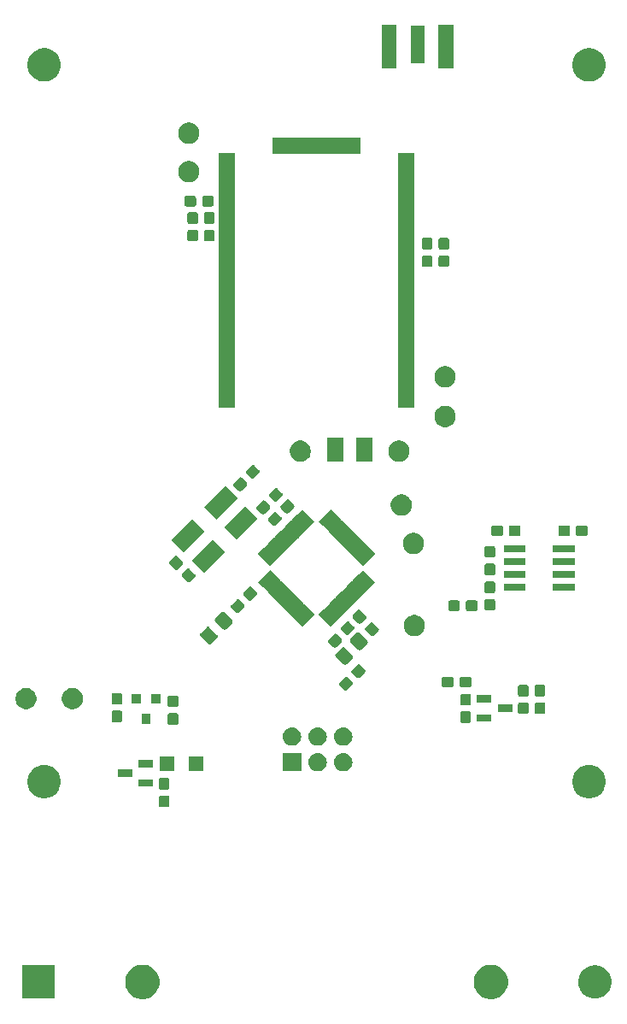
<source format=gbr>
G04 #@! TF.GenerationSoftware,KiCad,Pcbnew,5.1.4+dfsg1-2*
G04 #@! TF.CreationDate,2019-12-05T18:27:04+01:00*
G04 #@! TF.ProjectId,sensor_pcb,73656e73-6f72-45f7-9063-622e6b696361,1*
G04 #@! TF.SameCoordinates,Original*
G04 #@! TF.FileFunction,Soldermask,Top*
G04 #@! TF.FilePolarity,Negative*
%FSLAX46Y46*%
G04 Gerber Fmt 4.6, Leading zero omitted, Abs format (unit mm)*
G04 Created by KiCad (PCBNEW 5.1.4+dfsg1-2) date 2019-12-05 18:27:04*
%MOMM*%
%LPD*%
G04 APERTURE LIST*
%ADD10C,0.100000*%
G04 APERTURE END LIST*
D10*
G36*
X162166162Y-130405368D02*
G01*
X162475724Y-130533593D01*
X162475725Y-130533594D01*
X162754324Y-130719747D01*
X162991253Y-130956676D01*
X163115637Y-131142830D01*
X163177407Y-131235276D01*
X163305632Y-131544838D01*
X163371000Y-131873465D01*
X163371000Y-132208535D01*
X163305632Y-132537162D01*
X163177407Y-132846724D01*
X163177406Y-132846725D01*
X162991253Y-133125324D01*
X162754324Y-133362253D01*
X162568170Y-133486637D01*
X162475724Y-133548407D01*
X162166162Y-133676632D01*
X161837535Y-133742000D01*
X161502465Y-133742000D01*
X161173838Y-133676632D01*
X160864276Y-133548407D01*
X160771830Y-133486637D01*
X160585676Y-133362253D01*
X160348747Y-133125324D01*
X160162594Y-132846725D01*
X160162593Y-132846724D01*
X160034368Y-132537162D01*
X159969000Y-132208535D01*
X159969000Y-131873465D01*
X160034368Y-131544838D01*
X160162593Y-131235276D01*
X160224363Y-131142830D01*
X160348747Y-130956676D01*
X160585676Y-130719747D01*
X160864275Y-130533594D01*
X160864276Y-130533593D01*
X161173838Y-130405368D01*
X161502465Y-130340000D01*
X161837535Y-130340000D01*
X162166162Y-130405368D01*
X162166162Y-130405368D01*
G37*
G36*
X127626162Y-130405368D02*
G01*
X127935724Y-130533593D01*
X127935725Y-130533594D01*
X128214324Y-130719747D01*
X128451253Y-130956676D01*
X128575637Y-131142830D01*
X128637407Y-131235276D01*
X128765632Y-131544838D01*
X128831000Y-131873465D01*
X128831000Y-132208535D01*
X128765632Y-132537162D01*
X128637407Y-132846724D01*
X128637406Y-132846725D01*
X128451253Y-133125324D01*
X128214324Y-133362253D01*
X128028170Y-133486637D01*
X127935724Y-133548407D01*
X127626162Y-133676632D01*
X127297535Y-133742000D01*
X126962465Y-133742000D01*
X126633838Y-133676632D01*
X126324276Y-133548407D01*
X126231830Y-133486637D01*
X126045676Y-133362253D01*
X125808747Y-133125324D01*
X125622594Y-132846725D01*
X125622593Y-132846724D01*
X125494368Y-132537162D01*
X125429000Y-132208535D01*
X125429000Y-131873465D01*
X125494368Y-131544838D01*
X125622593Y-131235276D01*
X125684363Y-131142830D01*
X125808747Y-130956676D01*
X126045676Y-130719747D01*
X126324275Y-130533594D01*
X126324276Y-130533593D01*
X126633838Y-130405368D01*
X126962465Y-130340000D01*
X127297535Y-130340000D01*
X127626162Y-130405368D01*
X127626162Y-130405368D01*
G37*
G36*
X172304168Y-130436435D02*
G01*
X172462204Y-130467870D01*
X172759937Y-130591196D01*
X173027889Y-130770236D01*
X173255764Y-130998111D01*
X173434804Y-131266063D01*
X173550277Y-131544837D01*
X173558130Y-131563797D01*
X173621000Y-131879867D01*
X173621000Y-132202133D01*
X173589565Y-132360168D01*
X173558130Y-132518204D01*
X173434804Y-132815937D01*
X173255764Y-133083889D01*
X173027889Y-133311764D01*
X172759937Y-133490804D01*
X172462204Y-133614130D01*
X172304168Y-133645565D01*
X172146133Y-133677000D01*
X171823867Y-133677000D01*
X171665832Y-133645565D01*
X171507796Y-133614130D01*
X171210063Y-133490804D01*
X170942111Y-133311764D01*
X170714236Y-133083889D01*
X170535196Y-132815937D01*
X170411870Y-132518204D01*
X170380435Y-132360168D01*
X170349000Y-132202133D01*
X170349000Y-131879867D01*
X170411870Y-131563797D01*
X170419724Y-131544837D01*
X170535196Y-131266063D01*
X170714236Y-130998111D01*
X170942111Y-130770236D01*
X171210063Y-130591196D01*
X171507796Y-130467870D01*
X171665832Y-130436435D01*
X171823867Y-130405000D01*
X172146133Y-130405000D01*
X172304168Y-130436435D01*
X172304168Y-130436435D01*
G37*
G36*
X118451000Y-133677000D02*
G01*
X115179000Y-133677000D01*
X115179000Y-130405000D01*
X118451000Y-130405000D01*
X118451000Y-133677000D01*
X118451000Y-133677000D01*
G37*
G36*
X129658499Y-113582445D02*
G01*
X129695995Y-113593820D01*
X129730554Y-113612292D01*
X129760847Y-113637153D01*
X129785708Y-113667446D01*
X129804180Y-113702005D01*
X129815555Y-113739501D01*
X129820000Y-113784638D01*
X129820000Y-114523362D01*
X129815555Y-114568499D01*
X129804180Y-114605995D01*
X129785708Y-114640554D01*
X129760847Y-114670847D01*
X129730554Y-114695708D01*
X129695995Y-114714180D01*
X129658499Y-114725555D01*
X129613362Y-114730000D01*
X128974638Y-114730000D01*
X128929501Y-114725555D01*
X128892005Y-114714180D01*
X128857446Y-114695708D01*
X128827153Y-114670847D01*
X128802292Y-114640554D01*
X128783820Y-114605995D01*
X128772445Y-114568499D01*
X128768000Y-114523362D01*
X128768000Y-113784638D01*
X128772445Y-113739501D01*
X128783820Y-113702005D01*
X128802292Y-113667446D01*
X128827153Y-113637153D01*
X128857446Y-113612292D01*
X128892005Y-113593820D01*
X128929501Y-113582445D01*
X128974638Y-113578000D01*
X129613362Y-113578000D01*
X129658499Y-113582445D01*
X129658499Y-113582445D01*
G37*
G36*
X171775256Y-110591298D02*
G01*
X171881579Y-110612447D01*
X172182042Y-110736903D01*
X172452451Y-110917585D01*
X172682415Y-111147549D01*
X172682416Y-111147551D01*
X172863098Y-111417960D01*
X172987553Y-111718422D01*
X173051000Y-112037389D01*
X173051000Y-112362611D01*
X172987553Y-112681578D01*
X172872236Y-112959980D01*
X172863097Y-112982042D01*
X172682415Y-113252451D01*
X172452451Y-113482415D01*
X172182042Y-113663097D01*
X171881579Y-113787553D01*
X171775256Y-113808702D01*
X171562611Y-113851000D01*
X171237389Y-113851000D01*
X171024744Y-113808702D01*
X170918421Y-113787553D01*
X170617958Y-113663097D01*
X170347549Y-113482415D01*
X170117585Y-113252451D01*
X169936903Y-112982042D01*
X169927765Y-112959980D01*
X169812447Y-112681578D01*
X169749000Y-112362611D01*
X169749000Y-112037389D01*
X169812447Y-111718422D01*
X169936902Y-111417960D01*
X170117584Y-111147551D01*
X170117585Y-111147549D01*
X170347549Y-110917585D01*
X170617958Y-110736903D01*
X170918421Y-110612447D01*
X171024744Y-110591298D01*
X171237389Y-110549000D01*
X171562611Y-110549000D01*
X171775256Y-110591298D01*
X171775256Y-110591298D01*
G37*
G36*
X117775256Y-110591298D02*
G01*
X117881579Y-110612447D01*
X118182042Y-110736903D01*
X118452451Y-110917585D01*
X118682415Y-111147549D01*
X118682416Y-111147551D01*
X118863098Y-111417960D01*
X118987553Y-111718422D01*
X119051000Y-112037389D01*
X119051000Y-112362611D01*
X118987553Y-112681578D01*
X118872236Y-112959980D01*
X118863097Y-112982042D01*
X118682415Y-113252451D01*
X118452451Y-113482415D01*
X118182042Y-113663097D01*
X117881579Y-113787553D01*
X117775256Y-113808702D01*
X117562611Y-113851000D01*
X117237389Y-113851000D01*
X117024744Y-113808702D01*
X116918421Y-113787553D01*
X116617958Y-113663097D01*
X116347549Y-113482415D01*
X116117585Y-113252451D01*
X115936903Y-112982042D01*
X115927765Y-112959980D01*
X115812447Y-112681578D01*
X115749000Y-112362611D01*
X115749000Y-112037389D01*
X115812447Y-111718422D01*
X115936902Y-111417960D01*
X116117584Y-111147551D01*
X116117585Y-111147549D01*
X116347549Y-110917585D01*
X116617958Y-110736903D01*
X116918421Y-110612447D01*
X117024744Y-110591298D01*
X117237389Y-110549000D01*
X117562611Y-110549000D01*
X117775256Y-110591298D01*
X117775256Y-110591298D01*
G37*
G36*
X129658499Y-111832445D02*
G01*
X129695995Y-111843820D01*
X129730554Y-111862292D01*
X129760847Y-111887153D01*
X129785708Y-111917446D01*
X129804180Y-111952005D01*
X129815555Y-111989501D01*
X129820000Y-112034638D01*
X129820000Y-112773362D01*
X129815555Y-112818499D01*
X129804180Y-112855995D01*
X129785708Y-112890554D01*
X129760847Y-112920847D01*
X129730554Y-112945708D01*
X129695995Y-112964180D01*
X129658499Y-112975555D01*
X129613362Y-112980000D01*
X128974638Y-112980000D01*
X128929501Y-112975555D01*
X128892005Y-112964180D01*
X128857446Y-112945708D01*
X128827153Y-112920847D01*
X128802292Y-112890554D01*
X128783820Y-112855995D01*
X128772445Y-112818499D01*
X128768000Y-112773362D01*
X128768000Y-112034638D01*
X128772445Y-111989501D01*
X128783820Y-111952005D01*
X128802292Y-111917446D01*
X128827153Y-111887153D01*
X128857446Y-111862292D01*
X128892005Y-111843820D01*
X128929501Y-111832445D01*
X128974638Y-111828000D01*
X129613362Y-111828000D01*
X129658499Y-111832445D01*
X129658499Y-111832445D01*
G37*
G36*
X128206500Y-112708000D02*
G01*
X126766500Y-112708000D01*
X126766500Y-111968000D01*
X128206500Y-111968000D01*
X128206500Y-112708000D01*
X128206500Y-112708000D01*
G37*
G36*
X126106500Y-111758000D02*
G01*
X124666500Y-111758000D01*
X124666500Y-111018000D01*
X126106500Y-111018000D01*
X126106500Y-111758000D01*
X126106500Y-111758000D01*
G37*
G36*
X130259500Y-111186500D02*
G01*
X128857500Y-111186500D01*
X128857500Y-109684500D01*
X130259500Y-109684500D01*
X130259500Y-111186500D01*
X130259500Y-111186500D01*
G37*
G36*
X133159500Y-111186500D02*
G01*
X131757500Y-111186500D01*
X131757500Y-109684500D01*
X133159500Y-109684500D01*
X133159500Y-111186500D01*
X133159500Y-111186500D01*
G37*
G36*
X147216794Y-109359133D02*
G01*
X147389195Y-109411431D01*
X147548083Y-109496358D01*
X147687349Y-109610651D01*
X147801642Y-109749917D01*
X147886569Y-109908805D01*
X147938867Y-110081206D01*
X147956525Y-110260500D01*
X147938867Y-110439794D01*
X147886569Y-110612195D01*
X147801642Y-110771083D01*
X147687349Y-110910349D01*
X147548083Y-111024642D01*
X147389195Y-111109569D01*
X147216794Y-111161867D01*
X147082431Y-111175100D01*
X146992569Y-111175100D01*
X146858206Y-111161867D01*
X146685805Y-111109569D01*
X146526917Y-111024642D01*
X146387651Y-110910349D01*
X146273358Y-110771083D01*
X146188431Y-110612195D01*
X146136133Y-110439794D01*
X146118475Y-110260500D01*
X146136133Y-110081206D01*
X146188431Y-109908805D01*
X146273358Y-109749917D01*
X146387651Y-109610651D01*
X146526917Y-109496358D01*
X146685805Y-109411431D01*
X146858206Y-109359133D01*
X146992569Y-109345900D01*
X147082431Y-109345900D01*
X147216794Y-109359133D01*
X147216794Y-109359133D01*
G37*
G36*
X144676794Y-109359133D02*
G01*
X144849195Y-109411431D01*
X145008083Y-109496358D01*
X145147349Y-109610651D01*
X145261642Y-109749917D01*
X145346569Y-109908805D01*
X145398867Y-110081206D01*
X145416525Y-110260500D01*
X145398867Y-110439794D01*
X145346569Y-110612195D01*
X145261642Y-110771083D01*
X145147349Y-110910349D01*
X145008083Y-111024642D01*
X144849195Y-111109569D01*
X144676794Y-111161867D01*
X144542431Y-111175100D01*
X144452569Y-111175100D01*
X144318206Y-111161867D01*
X144145805Y-111109569D01*
X143986917Y-111024642D01*
X143847651Y-110910349D01*
X143733358Y-110771083D01*
X143648431Y-110612195D01*
X143596133Y-110439794D01*
X143578475Y-110260500D01*
X143596133Y-110081206D01*
X143648431Y-109908805D01*
X143733358Y-109749917D01*
X143847651Y-109610651D01*
X143986917Y-109496358D01*
X144145805Y-109411431D01*
X144318206Y-109359133D01*
X144452569Y-109345900D01*
X144542431Y-109345900D01*
X144676794Y-109359133D01*
X144676794Y-109359133D01*
G37*
G36*
X142872100Y-111175100D02*
G01*
X141042900Y-111175100D01*
X141042900Y-109345900D01*
X142872100Y-109345900D01*
X142872100Y-111175100D01*
X142872100Y-111175100D01*
G37*
G36*
X128206500Y-110808000D02*
G01*
X126766500Y-110808000D01*
X126766500Y-110068000D01*
X128206500Y-110068000D01*
X128206500Y-110808000D01*
X128206500Y-110808000D01*
G37*
G36*
X144676794Y-106819133D02*
G01*
X144849195Y-106871431D01*
X145008083Y-106956358D01*
X145147349Y-107070651D01*
X145261642Y-107209917D01*
X145346569Y-107368805D01*
X145398867Y-107541206D01*
X145416525Y-107720500D01*
X145398867Y-107899794D01*
X145346569Y-108072195D01*
X145261642Y-108231083D01*
X145147349Y-108370349D01*
X145008083Y-108484642D01*
X144849195Y-108569569D01*
X144676794Y-108621867D01*
X144542431Y-108635100D01*
X144452569Y-108635100D01*
X144318206Y-108621867D01*
X144145805Y-108569569D01*
X143986917Y-108484642D01*
X143847651Y-108370349D01*
X143733358Y-108231083D01*
X143648431Y-108072195D01*
X143596133Y-107899794D01*
X143578475Y-107720500D01*
X143596133Y-107541206D01*
X143648431Y-107368805D01*
X143733358Y-107209917D01*
X143847651Y-107070651D01*
X143986917Y-106956358D01*
X144145805Y-106871431D01*
X144318206Y-106819133D01*
X144452569Y-106805900D01*
X144542431Y-106805900D01*
X144676794Y-106819133D01*
X144676794Y-106819133D01*
G37*
G36*
X147216794Y-106819133D02*
G01*
X147389195Y-106871431D01*
X147548083Y-106956358D01*
X147687349Y-107070651D01*
X147801642Y-107209917D01*
X147886569Y-107368805D01*
X147938867Y-107541206D01*
X147956525Y-107720500D01*
X147938867Y-107899794D01*
X147886569Y-108072195D01*
X147801642Y-108231083D01*
X147687349Y-108370349D01*
X147548083Y-108484642D01*
X147389195Y-108569569D01*
X147216794Y-108621867D01*
X147082431Y-108635100D01*
X146992569Y-108635100D01*
X146858206Y-108621867D01*
X146685805Y-108569569D01*
X146526917Y-108484642D01*
X146387651Y-108370349D01*
X146273358Y-108231083D01*
X146188431Y-108072195D01*
X146136133Y-107899794D01*
X146118475Y-107720500D01*
X146136133Y-107541206D01*
X146188431Y-107368805D01*
X146273358Y-107209917D01*
X146387651Y-107070651D01*
X146526917Y-106956358D01*
X146685805Y-106871431D01*
X146858206Y-106819133D01*
X146992569Y-106805900D01*
X147082431Y-106805900D01*
X147216794Y-106819133D01*
X147216794Y-106819133D01*
G37*
G36*
X142136794Y-106819133D02*
G01*
X142309195Y-106871431D01*
X142468083Y-106956358D01*
X142607349Y-107070651D01*
X142721642Y-107209917D01*
X142806569Y-107368805D01*
X142858867Y-107541206D01*
X142876525Y-107720500D01*
X142858867Y-107899794D01*
X142806569Y-108072195D01*
X142721642Y-108231083D01*
X142607349Y-108370349D01*
X142468083Y-108484642D01*
X142309195Y-108569569D01*
X142136794Y-108621867D01*
X142002431Y-108635100D01*
X141912569Y-108635100D01*
X141778206Y-108621867D01*
X141605805Y-108569569D01*
X141446917Y-108484642D01*
X141307651Y-108370349D01*
X141193358Y-108231083D01*
X141108431Y-108072195D01*
X141056133Y-107899794D01*
X141038475Y-107720500D01*
X141056133Y-107541206D01*
X141108431Y-107368805D01*
X141193358Y-107209917D01*
X141307651Y-107070651D01*
X141446917Y-106956358D01*
X141605805Y-106871431D01*
X141778206Y-106819133D01*
X141912569Y-106805900D01*
X142002431Y-106805900D01*
X142136794Y-106819133D01*
X142136794Y-106819133D01*
G37*
G36*
X130526499Y-105420945D02*
G01*
X130563995Y-105432320D01*
X130598554Y-105450792D01*
X130628847Y-105475653D01*
X130653708Y-105505946D01*
X130672180Y-105540505D01*
X130683555Y-105578001D01*
X130688000Y-105623138D01*
X130688000Y-106361862D01*
X130683555Y-106406999D01*
X130672180Y-106444495D01*
X130653708Y-106479054D01*
X130628847Y-106509347D01*
X130598554Y-106534208D01*
X130563995Y-106552680D01*
X130526499Y-106564055D01*
X130481362Y-106568500D01*
X129842638Y-106568500D01*
X129797501Y-106564055D01*
X129760005Y-106552680D01*
X129725446Y-106534208D01*
X129695153Y-106509347D01*
X129670292Y-106479054D01*
X129651820Y-106444495D01*
X129640445Y-106406999D01*
X129636000Y-106361862D01*
X129636000Y-105623138D01*
X129640445Y-105578001D01*
X129651820Y-105540505D01*
X129670292Y-105505946D01*
X129695153Y-105475653D01*
X129725446Y-105450792D01*
X129760005Y-105432320D01*
X129797501Y-105420945D01*
X129842638Y-105416500D01*
X130481362Y-105416500D01*
X130526499Y-105420945D01*
X130526499Y-105420945D01*
G37*
G36*
X127946000Y-106491500D02*
G01*
X127044000Y-106491500D01*
X127044000Y-105489500D01*
X127946000Y-105489500D01*
X127946000Y-106491500D01*
X127946000Y-106491500D01*
G37*
G36*
X159529499Y-105247945D02*
G01*
X159566995Y-105259320D01*
X159601554Y-105277792D01*
X159631847Y-105302653D01*
X159656708Y-105332946D01*
X159675180Y-105367505D01*
X159686555Y-105405001D01*
X159691000Y-105450138D01*
X159691000Y-106188862D01*
X159686555Y-106233999D01*
X159675180Y-106271495D01*
X159656708Y-106306054D01*
X159631847Y-106336347D01*
X159601554Y-106361208D01*
X159566995Y-106379680D01*
X159529499Y-106391055D01*
X159484362Y-106395500D01*
X158845638Y-106395500D01*
X158800501Y-106391055D01*
X158763005Y-106379680D01*
X158728446Y-106361208D01*
X158698153Y-106336347D01*
X158673292Y-106306054D01*
X158654820Y-106271495D01*
X158643445Y-106233999D01*
X158639000Y-106188862D01*
X158639000Y-105450138D01*
X158643445Y-105405001D01*
X158654820Y-105367505D01*
X158673292Y-105332946D01*
X158698153Y-105302653D01*
X158728446Y-105277792D01*
X158763005Y-105259320D01*
X158800501Y-105247945D01*
X158845638Y-105243500D01*
X159484362Y-105243500D01*
X159529499Y-105247945D01*
X159529499Y-105247945D01*
G37*
G36*
X124964499Y-105166445D02*
G01*
X125001995Y-105177820D01*
X125036554Y-105196292D01*
X125066847Y-105221153D01*
X125091708Y-105251446D01*
X125110180Y-105286005D01*
X125121555Y-105323501D01*
X125126000Y-105368638D01*
X125126000Y-106107362D01*
X125121555Y-106152499D01*
X125110180Y-106189995D01*
X125091708Y-106224554D01*
X125066847Y-106254847D01*
X125036554Y-106279708D01*
X125001995Y-106298180D01*
X124964499Y-106309555D01*
X124919362Y-106314000D01*
X124280638Y-106314000D01*
X124235501Y-106309555D01*
X124198005Y-106298180D01*
X124163446Y-106279708D01*
X124133153Y-106254847D01*
X124108292Y-106224554D01*
X124089820Y-106189995D01*
X124078445Y-106152499D01*
X124074000Y-106107362D01*
X124074000Y-105368638D01*
X124078445Y-105323501D01*
X124089820Y-105286005D01*
X124108292Y-105251446D01*
X124133153Y-105221153D01*
X124163446Y-105196292D01*
X124198005Y-105177820D01*
X124235501Y-105166445D01*
X124280638Y-105162000D01*
X124919362Y-105162000D01*
X124964499Y-105166445D01*
X124964499Y-105166445D01*
G37*
G36*
X161692500Y-106264500D02*
G01*
X160252500Y-106264500D01*
X160252500Y-105524500D01*
X161692500Y-105524500D01*
X161692500Y-106264500D01*
X161692500Y-106264500D01*
G37*
G36*
X165244499Y-104358945D02*
G01*
X165281995Y-104370320D01*
X165316554Y-104388792D01*
X165346847Y-104413653D01*
X165371708Y-104443946D01*
X165390180Y-104478505D01*
X165401555Y-104516001D01*
X165406000Y-104561138D01*
X165406000Y-105299862D01*
X165401555Y-105344999D01*
X165390180Y-105382495D01*
X165371708Y-105417054D01*
X165346847Y-105447347D01*
X165316554Y-105472208D01*
X165281995Y-105490680D01*
X165244499Y-105502055D01*
X165199362Y-105506500D01*
X164560638Y-105506500D01*
X164515501Y-105502055D01*
X164478005Y-105490680D01*
X164443446Y-105472208D01*
X164413153Y-105447347D01*
X164388292Y-105417054D01*
X164369820Y-105382495D01*
X164358445Y-105344999D01*
X164354000Y-105299862D01*
X164354000Y-104561138D01*
X164358445Y-104516001D01*
X164369820Y-104478505D01*
X164388292Y-104443946D01*
X164413153Y-104413653D01*
X164443446Y-104388792D01*
X164478005Y-104370320D01*
X164515501Y-104358945D01*
X164560638Y-104354500D01*
X165199362Y-104354500D01*
X165244499Y-104358945D01*
X165244499Y-104358945D01*
G37*
G36*
X166895499Y-104358945D02*
G01*
X166932995Y-104370320D01*
X166967554Y-104388792D01*
X166997847Y-104413653D01*
X167022708Y-104443946D01*
X167041180Y-104478505D01*
X167052555Y-104516001D01*
X167057000Y-104561138D01*
X167057000Y-105299862D01*
X167052555Y-105344999D01*
X167041180Y-105382495D01*
X167022708Y-105417054D01*
X166997847Y-105447347D01*
X166967554Y-105472208D01*
X166932995Y-105490680D01*
X166895499Y-105502055D01*
X166850362Y-105506500D01*
X166211638Y-105506500D01*
X166166501Y-105502055D01*
X166129005Y-105490680D01*
X166094446Y-105472208D01*
X166064153Y-105447347D01*
X166039292Y-105417054D01*
X166020820Y-105382495D01*
X166009445Y-105344999D01*
X166005000Y-105299862D01*
X166005000Y-104561138D01*
X166009445Y-104516001D01*
X166020820Y-104478505D01*
X166039292Y-104443946D01*
X166064153Y-104413653D01*
X166094446Y-104388792D01*
X166129005Y-104370320D01*
X166166501Y-104358945D01*
X166211638Y-104354500D01*
X166850362Y-104354500D01*
X166895499Y-104358945D01*
X166895499Y-104358945D01*
G37*
G36*
X163792500Y-105314500D02*
G01*
X162352500Y-105314500D01*
X162352500Y-104574500D01*
X163792500Y-104574500D01*
X163792500Y-105314500D01*
X163792500Y-105314500D01*
G37*
G36*
X120506564Y-102963389D02*
G01*
X120697833Y-103042615D01*
X120697835Y-103042616D01*
X120869973Y-103157635D01*
X121016365Y-103304027D01*
X121091887Y-103417053D01*
X121131385Y-103476167D01*
X121210611Y-103667436D01*
X121251000Y-103870484D01*
X121251000Y-104077516D01*
X121210611Y-104280564D01*
X121131385Y-104471833D01*
X121131384Y-104471835D01*
X121016365Y-104643973D01*
X120869973Y-104790365D01*
X120697835Y-104905384D01*
X120697834Y-104905385D01*
X120697833Y-104905385D01*
X120506564Y-104984611D01*
X120303516Y-105025000D01*
X120096484Y-105025000D01*
X119893436Y-104984611D01*
X119702167Y-104905385D01*
X119702166Y-104905385D01*
X119702165Y-104905384D01*
X119530027Y-104790365D01*
X119383635Y-104643973D01*
X119268616Y-104471835D01*
X119268615Y-104471833D01*
X119189389Y-104280564D01*
X119149000Y-104077516D01*
X119149000Y-103870484D01*
X119189389Y-103667436D01*
X119268615Y-103476167D01*
X119308114Y-103417053D01*
X119383635Y-103304027D01*
X119530027Y-103157635D01*
X119702165Y-103042616D01*
X119702167Y-103042615D01*
X119893436Y-102963389D01*
X120096484Y-102923000D01*
X120303516Y-102923000D01*
X120506564Y-102963389D01*
X120506564Y-102963389D01*
G37*
G36*
X115906564Y-102963389D02*
G01*
X116097833Y-103042615D01*
X116097835Y-103042616D01*
X116269973Y-103157635D01*
X116416365Y-103304027D01*
X116491887Y-103417053D01*
X116531385Y-103476167D01*
X116610611Y-103667436D01*
X116651000Y-103870484D01*
X116651000Y-104077516D01*
X116610611Y-104280564D01*
X116531385Y-104471833D01*
X116531384Y-104471835D01*
X116416365Y-104643973D01*
X116269973Y-104790365D01*
X116097835Y-104905384D01*
X116097834Y-104905385D01*
X116097833Y-104905385D01*
X115906564Y-104984611D01*
X115703516Y-105025000D01*
X115496484Y-105025000D01*
X115293436Y-104984611D01*
X115102167Y-104905385D01*
X115102166Y-104905385D01*
X115102165Y-104905384D01*
X114930027Y-104790365D01*
X114783635Y-104643973D01*
X114668616Y-104471835D01*
X114668615Y-104471833D01*
X114589389Y-104280564D01*
X114549000Y-104077516D01*
X114549000Y-103870484D01*
X114589389Y-103667436D01*
X114668615Y-103476167D01*
X114708114Y-103417053D01*
X114783635Y-103304027D01*
X114930027Y-103157635D01*
X115102165Y-103042616D01*
X115102167Y-103042615D01*
X115293436Y-102963389D01*
X115496484Y-102923000D01*
X115703516Y-102923000D01*
X115906564Y-102963389D01*
X115906564Y-102963389D01*
G37*
G36*
X130526499Y-103670945D02*
G01*
X130563995Y-103682320D01*
X130598554Y-103700792D01*
X130628847Y-103725653D01*
X130653708Y-103755946D01*
X130672180Y-103790505D01*
X130683555Y-103828001D01*
X130688000Y-103873138D01*
X130688000Y-104611862D01*
X130683555Y-104656999D01*
X130672180Y-104694495D01*
X130653708Y-104729054D01*
X130628847Y-104759347D01*
X130598554Y-104784208D01*
X130563995Y-104802680D01*
X130526499Y-104814055D01*
X130481362Y-104818500D01*
X129842638Y-104818500D01*
X129797501Y-104814055D01*
X129760005Y-104802680D01*
X129725446Y-104784208D01*
X129695153Y-104759347D01*
X129670292Y-104729054D01*
X129651820Y-104694495D01*
X129640445Y-104656999D01*
X129636000Y-104611862D01*
X129636000Y-103873138D01*
X129640445Y-103828001D01*
X129651820Y-103790505D01*
X129670292Y-103755946D01*
X129695153Y-103725653D01*
X129725446Y-103700792D01*
X129760005Y-103682320D01*
X129797501Y-103670945D01*
X129842638Y-103666500D01*
X130481362Y-103666500D01*
X130526499Y-103670945D01*
X130526499Y-103670945D01*
G37*
G36*
X159529499Y-103497945D02*
G01*
X159566995Y-103509320D01*
X159601554Y-103527792D01*
X159631847Y-103552653D01*
X159656708Y-103582946D01*
X159675180Y-103617505D01*
X159686555Y-103655001D01*
X159691000Y-103700138D01*
X159691000Y-104438862D01*
X159686555Y-104483999D01*
X159675180Y-104521495D01*
X159656708Y-104556054D01*
X159631847Y-104586347D01*
X159601554Y-104611208D01*
X159566995Y-104629680D01*
X159529499Y-104641055D01*
X159484362Y-104645500D01*
X158845638Y-104645500D01*
X158800501Y-104641055D01*
X158763005Y-104629680D01*
X158728446Y-104611208D01*
X158698153Y-104586347D01*
X158673292Y-104556054D01*
X158654820Y-104521495D01*
X158643445Y-104483999D01*
X158639000Y-104438862D01*
X158639000Y-103700138D01*
X158643445Y-103655001D01*
X158654820Y-103617505D01*
X158673292Y-103582946D01*
X158698153Y-103552653D01*
X158728446Y-103527792D01*
X158763005Y-103509320D01*
X158800501Y-103497945D01*
X158845638Y-103493500D01*
X159484362Y-103493500D01*
X159529499Y-103497945D01*
X159529499Y-103497945D01*
G37*
G36*
X124964499Y-103416445D02*
G01*
X125001995Y-103427820D01*
X125036554Y-103446292D01*
X125066847Y-103471153D01*
X125091708Y-103501446D01*
X125110180Y-103536005D01*
X125121555Y-103573501D01*
X125126000Y-103618638D01*
X125126000Y-104357362D01*
X125121555Y-104402499D01*
X125110180Y-104439995D01*
X125091708Y-104474554D01*
X125066847Y-104504847D01*
X125036554Y-104529708D01*
X125001995Y-104548180D01*
X124964499Y-104559555D01*
X124919362Y-104564000D01*
X124280638Y-104564000D01*
X124235501Y-104559555D01*
X124198005Y-104548180D01*
X124163446Y-104529708D01*
X124133153Y-104504847D01*
X124108292Y-104474554D01*
X124089820Y-104439995D01*
X124078445Y-104402499D01*
X124074000Y-104357362D01*
X124074000Y-103618638D01*
X124078445Y-103573501D01*
X124089820Y-103536005D01*
X124108292Y-103501446D01*
X124133153Y-103471153D01*
X124163446Y-103446292D01*
X124198005Y-103427820D01*
X124235501Y-103416445D01*
X124280638Y-103412000D01*
X124919362Y-103412000D01*
X124964499Y-103416445D01*
X124964499Y-103416445D01*
G37*
G36*
X128896000Y-104491500D02*
G01*
X127994000Y-104491500D01*
X127994000Y-103489500D01*
X128896000Y-103489500D01*
X128896000Y-104491500D01*
X128896000Y-104491500D01*
G37*
G36*
X126996000Y-104491500D02*
G01*
X126094000Y-104491500D01*
X126094000Y-103489500D01*
X126996000Y-103489500D01*
X126996000Y-104491500D01*
X126996000Y-104491500D01*
G37*
G36*
X161692500Y-104364500D02*
G01*
X160252500Y-104364500D01*
X160252500Y-103624500D01*
X161692500Y-103624500D01*
X161692500Y-104364500D01*
X161692500Y-104364500D01*
G37*
G36*
X165244499Y-102608945D02*
G01*
X165281995Y-102620320D01*
X165316554Y-102638792D01*
X165346847Y-102663653D01*
X165371708Y-102693946D01*
X165390180Y-102728505D01*
X165401555Y-102766001D01*
X165406000Y-102811138D01*
X165406000Y-103549862D01*
X165401555Y-103594999D01*
X165390180Y-103632495D01*
X165371708Y-103667054D01*
X165346847Y-103697347D01*
X165316554Y-103722208D01*
X165281995Y-103740680D01*
X165244499Y-103752055D01*
X165199362Y-103756500D01*
X164560638Y-103756500D01*
X164515501Y-103752055D01*
X164478005Y-103740680D01*
X164443446Y-103722208D01*
X164413153Y-103697347D01*
X164388292Y-103667054D01*
X164369820Y-103632495D01*
X164358445Y-103594999D01*
X164354000Y-103549862D01*
X164354000Y-102811138D01*
X164358445Y-102766001D01*
X164369820Y-102728505D01*
X164388292Y-102693946D01*
X164413153Y-102663653D01*
X164443446Y-102638792D01*
X164478005Y-102620320D01*
X164515501Y-102608945D01*
X164560638Y-102604500D01*
X165199362Y-102604500D01*
X165244499Y-102608945D01*
X165244499Y-102608945D01*
G37*
G36*
X166895499Y-102608945D02*
G01*
X166932995Y-102620320D01*
X166967554Y-102638792D01*
X166997847Y-102663653D01*
X167022708Y-102693946D01*
X167041180Y-102728505D01*
X167052555Y-102766001D01*
X167057000Y-102811138D01*
X167057000Y-103549862D01*
X167052555Y-103594999D01*
X167041180Y-103632495D01*
X167022708Y-103667054D01*
X166997847Y-103697347D01*
X166967554Y-103722208D01*
X166932995Y-103740680D01*
X166895499Y-103752055D01*
X166850362Y-103756500D01*
X166211638Y-103756500D01*
X166166501Y-103752055D01*
X166129005Y-103740680D01*
X166094446Y-103722208D01*
X166064153Y-103697347D01*
X166039292Y-103667054D01*
X166020820Y-103632495D01*
X166009445Y-103594999D01*
X166005000Y-103549862D01*
X166005000Y-102811138D01*
X166009445Y-102766001D01*
X166020820Y-102728505D01*
X166039292Y-102693946D01*
X166064153Y-102663653D01*
X166094446Y-102638792D01*
X166129005Y-102620320D01*
X166166501Y-102608945D01*
X166211638Y-102604500D01*
X166850362Y-102604500D01*
X166895499Y-102608945D01*
X166895499Y-102608945D01*
G37*
G36*
X147382136Y-101805481D02*
G01*
X147419632Y-101816856D01*
X147454191Y-101835328D01*
X147489255Y-101864104D01*
X147940896Y-102315745D01*
X147969672Y-102350809D01*
X147988144Y-102385368D01*
X147999519Y-102422864D01*
X148003359Y-102461863D01*
X147999519Y-102500862D01*
X147988144Y-102538358D01*
X147969672Y-102572917D01*
X147940896Y-102607981D01*
X147418545Y-103130332D01*
X147383481Y-103159108D01*
X147348922Y-103177580D01*
X147311426Y-103188955D01*
X147272427Y-103192795D01*
X147233428Y-103188955D01*
X147195932Y-103177580D01*
X147161373Y-103159108D01*
X147126309Y-103130332D01*
X146674668Y-102678691D01*
X146645892Y-102643627D01*
X146627420Y-102609068D01*
X146616045Y-102571572D01*
X146612205Y-102532573D01*
X146616045Y-102493574D01*
X146627420Y-102456078D01*
X146645892Y-102421519D01*
X146674668Y-102386455D01*
X147197019Y-101864104D01*
X147232083Y-101835328D01*
X147266642Y-101816856D01*
X147304138Y-101805481D01*
X147343137Y-101801641D01*
X147382136Y-101805481D01*
X147382136Y-101805481D01*
G37*
G36*
X159566499Y-101801445D02*
G01*
X159603995Y-101812820D01*
X159638554Y-101831292D01*
X159668847Y-101856153D01*
X159693708Y-101886446D01*
X159712180Y-101921005D01*
X159723555Y-101958501D01*
X159728000Y-102003638D01*
X159728000Y-102642362D01*
X159723555Y-102687499D01*
X159712180Y-102724995D01*
X159693708Y-102759554D01*
X159668847Y-102789847D01*
X159638554Y-102814708D01*
X159603995Y-102833180D01*
X159566499Y-102844555D01*
X159521362Y-102849000D01*
X158782638Y-102849000D01*
X158737501Y-102844555D01*
X158700005Y-102833180D01*
X158665446Y-102814708D01*
X158635153Y-102789847D01*
X158610292Y-102759554D01*
X158591820Y-102724995D01*
X158580445Y-102687499D01*
X158576000Y-102642362D01*
X158576000Y-102003638D01*
X158580445Y-101958501D01*
X158591820Y-101921005D01*
X158610292Y-101886446D01*
X158635153Y-101856153D01*
X158665446Y-101831292D01*
X158700005Y-101812820D01*
X158737501Y-101801445D01*
X158782638Y-101797000D01*
X159521362Y-101797000D01*
X159566499Y-101801445D01*
X159566499Y-101801445D01*
G37*
G36*
X157816499Y-101801445D02*
G01*
X157853995Y-101812820D01*
X157888554Y-101831292D01*
X157918847Y-101856153D01*
X157943708Y-101886446D01*
X157962180Y-101921005D01*
X157973555Y-101958501D01*
X157978000Y-102003638D01*
X157978000Y-102642362D01*
X157973555Y-102687499D01*
X157962180Y-102724995D01*
X157943708Y-102759554D01*
X157918847Y-102789847D01*
X157888554Y-102814708D01*
X157853995Y-102833180D01*
X157816499Y-102844555D01*
X157771362Y-102849000D01*
X157032638Y-102849000D01*
X156987501Y-102844555D01*
X156950005Y-102833180D01*
X156915446Y-102814708D01*
X156885153Y-102789847D01*
X156860292Y-102759554D01*
X156841820Y-102724995D01*
X156830445Y-102687499D01*
X156826000Y-102642362D01*
X156826000Y-102003638D01*
X156830445Y-101958501D01*
X156841820Y-101921005D01*
X156860292Y-101886446D01*
X156885153Y-101856153D01*
X156915446Y-101831292D01*
X156950005Y-101812820D01*
X156987501Y-101801445D01*
X157032638Y-101797000D01*
X157771362Y-101797000D01*
X157816499Y-101801445D01*
X157816499Y-101801445D01*
G37*
G36*
X148619572Y-100568045D02*
G01*
X148657068Y-100579420D01*
X148691627Y-100597892D01*
X148726691Y-100626668D01*
X149178332Y-101078309D01*
X149207108Y-101113373D01*
X149225580Y-101147932D01*
X149236955Y-101185428D01*
X149240795Y-101224427D01*
X149236955Y-101263426D01*
X149225580Y-101300922D01*
X149207108Y-101335481D01*
X149178332Y-101370545D01*
X148655981Y-101892896D01*
X148620917Y-101921672D01*
X148586358Y-101940144D01*
X148548862Y-101951519D01*
X148509863Y-101955359D01*
X148470864Y-101951519D01*
X148433368Y-101940144D01*
X148398809Y-101921672D01*
X148363745Y-101892896D01*
X147912104Y-101441255D01*
X147883328Y-101406191D01*
X147864856Y-101371632D01*
X147853481Y-101334136D01*
X147849641Y-101295137D01*
X147853481Y-101256138D01*
X147864856Y-101218642D01*
X147883328Y-101184083D01*
X147912104Y-101149019D01*
X148434455Y-100626668D01*
X148469519Y-100597892D01*
X148504078Y-100579420D01*
X148541574Y-100568045D01*
X148580573Y-100564205D01*
X148619572Y-100568045D01*
X148619572Y-100568045D01*
G37*
G36*
X147089023Y-98860036D02*
G01*
X147126716Y-98871470D01*
X147161452Y-98890037D01*
X147196665Y-98918935D01*
X147965065Y-99687335D01*
X147993963Y-99722548D01*
X148012530Y-99757284D01*
X148023964Y-99794977D01*
X148027824Y-99834172D01*
X148023964Y-99873367D01*
X148012530Y-99911060D01*
X147993963Y-99945796D01*
X147965065Y-99981009D01*
X147373441Y-100572633D01*
X147338228Y-100601531D01*
X147303492Y-100620098D01*
X147265799Y-100631532D01*
X147226604Y-100635392D01*
X147187409Y-100631532D01*
X147149716Y-100620098D01*
X147114980Y-100601531D01*
X147079767Y-100572633D01*
X146311367Y-99804233D01*
X146282469Y-99769020D01*
X146263902Y-99734284D01*
X146252468Y-99696591D01*
X146248608Y-99657396D01*
X146252468Y-99618201D01*
X146263902Y-99580508D01*
X146282469Y-99545772D01*
X146311367Y-99510559D01*
X146902991Y-98918935D01*
X146938204Y-98890037D01*
X146972940Y-98871470D01*
X147010633Y-98860036D01*
X147049828Y-98856176D01*
X147089023Y-98860036D01*
X147089023Y-98860036D01*
G37*
G36*
X148538591Y-97410468D02*
G01*
X148576284Y-97421902D01*
X148611020Y-97440469D01*
X148646233Y-97469367D01*
X149414633Y-98237767D01*
X149443531Y-98272980D01*
X149462098Y-98307716D01*
X149473532Y-98345409D01*
X149477392Y-98384604D01*
X149473532Y-98423799D01*
X149462098Y-98461492D01*
X149443531Y-98496228D01*
X149414633Y-98531441D01*
X148823009Y-99123065D01*
X148787796Y-99151963D01*
X148753060Y-99170530D01*
X148715367Y-99181964D01*
X148676172Y-99185824D01*
X148636977Y-99181964D01*
X148599284Y-99170530D01*
X148564548Y-99151963D01*
X148529335Y-99123065D01*
X147760935Y-98354665D01*
X147732037Y-98319452D01*
X147713470Y-98284716D01*
X147702036Y-98247023D01*
X147698176Y-98207828D01*
X147702036Y-98168633D01*
X147713470Y-98130940D01*
X147732037Y-98096204D01*
X147760935Y-98060991D01*
X148352559Y-97469367D01*
X148387772Y-97440469D01*
X148422508Y-97421902D01*
X148460201Y-97410468D01*
X148499396Y-97406608D01*
X148538591Y-97410468D01*
X148538591Y-97410468D01*
G37*
G36*
X146302636Y-97550981D02*
G01*
X146340132Y-97562356D01*
X146374691Y-97580828D01*
X146409755Y-97609604D01*
X146861396Y-98061245D01*
X146890172Y-98096309D01*
X146908644Y-98130868D01*
X146920019Y-98168364D01*
X146923859Y-98207363D01*
X146920019Y-98246362D01*
X146908644Y-98283858D01*
X146890172Y-98318417D01*
X146861396Y-98353481D01*
X146339045Y-98875832D01*
X146303981Y-98904608D01*
X146269422Y-98923080D01*
X146231926Y-98934455D01*
X146192927Y-98938295D01*
X146153928Y-98934455D01*
X146116432Y-98923080D01*
X146081873Y-98904608D01*
X146046809Y-98875832D01*
X145595168Y-98424191D01*
X145566392Y-98389127D01*
X145547920Y-98354568D01*
X145536545Y-98317072D01*
X145532705Y-98278073D01*
X145536545Y-98239074D01*
X145547920Y-98201578D01*
X145566392Y-98167019D01*
X145595168Y-98131955D01*
X146117519Y-97609604D01*
X146152583Y-97580828D01*
X146187142Y-97562356D01*
X146224638Y-97550981D01*
X146263637Y-97547141D01*
X146302636Y-97550981D01*
X146302636Y-97550981D01*
G37*
G36*
X133690523Y-96828036D02*
G01*
X133728216Y-96839470D01*
X133762952Y-96858037D01*
X133798165Y-96886935D01*
X134566565Y-97655335D01*
X134595463Y-97690548D01*
X134614030Y-97725284D01*
X134625464Y-97762977D01*
X134629324Y-97802172D01*
X134625464Y-97841367D01*
X134614030Y-97879060D01*
X134595463Y-97913796D01*
X134566565Y-97949009D01*
X133974941Y-98540633D01*
X133939728Y-98569531D01*
X133904992Y-98588098D01*
X133867299Y-98599532D01*
X133828104Y-98603392D01*
X133788909Y-98599532D01*
X133751216Y-98588098D01*
X133716480Y-98569531D01*
X133681267Y-98540633D01*
X132912867Y-97772233D01*
X132883969Y-97737020D01*
X132865402Y-97702284D01*
X132853968Y-97664591D01*
X132850108Y-97625396D01*
X132853968Y-97586201D01*
X132865402Y-97548508D01*
X132883969Y-97513772D01*
X132912867Y-97478559D01*
X133504491Y-96886935D01*
X133539704Y-96858037D01*
X133574440Y-96839470D01*
X133612133Y-96828036D01*
X133651328Y-96824176D01*
X133690523Y-96828036D01*
X133690523Y-96828036D01*
G37*
G36*
X149882362Y-96407981D02*
G01*
X149919858Y-96419356D01*
X149954417Y-96437828D01*
X149989481Y-96466604D01*
X150511832Y-96988955D01*
X150540608Y-97024019D01*
X150559080Y-97058578D01*
X150570455Y-97096074D01*
X150574295Y-97135073D01*
X150570455Y-97174072D01*
X150559080Y-97211568D01*
X150540608Y-97246127D01*
X150511832Y-97281191D01*
X150060191Y-97732832D01*
X150025127Y-97761608D01*
X149990568Y-97780080D01*
X149953072Y-97791455D01*
X149914073Y-97795295D01*
X149875074Y-97791455D01*
X149837578Y-97780080D01*
X149803019Y-97761608D01*
X149767955Y-97732832D01*
X149245604Y-97210481D01*
X149216828Y-97175417D01*
X149198356Y-97140858D01*
X149186981Y-97103362D01*
X149183141Y-97064363D01*
X149186981Y-97025364D01*
X149198356Y-96987868D01*
X149216828Y-96953309D01*
X149245604Y-96918245D01*
X149697245Y-96466604D01*
X149732309Y-96437828D01*
X149766868Y-96419356D01*
X149804364Y-96407981D01*
X149843363Y-96404141D01*
X149882362Y-96407981D01*
X149882362Y-96407981D01*
G37*
G36*
X154392564Y-95724389D02*
G01*
X154545961Y-95787928D01*
X154583835Y-95803616D01*
X154755973Y-95918635D01*
X154902365Y-96065027D01*
X154996405Y-96205767D01*
X155017385Y-96237167D01*
X155096611Y-96428436D01*
X155137000Y-96631484D01*
X155137000Y-96838516D01*
X155096611Y-97041564D01*
X155026643Y-97210481D01*
X155017384Y-97232835D01*
X154902365Y-97404973D01*
X154755973Y-97551365D01*
X154583835Y-97666384D01*
X154583834Y-97666385D01*
X154583833Y-97666385D01*
X154392564Y-97745611D01*
X154189516Y-97786000D01*
X153982484Y-97786000D01*
X153779436Y-97745611D01*
X153588167Y-97666385D01*
X153588166Y-97666385D01*
X153588165Y-97666384D01*
X153416027Y-97551365D01*
X153269635Y-97404973D01*
X153154616Y-97232835D01*
X153145357Y-97210481D01*
X153075389Y-97041564D01*
X153035000Y-96838516D01*
X153035000Y-96631484D01*
X153075389Y-96428436D01*
X153154615Y-96237167D01*
X153175596Y-96205767D01*
X153269635Y-96065027D01*
X153416027Y-95918635D01*
X153588165Y-95803616D01*
X153626039Y-95787928D01*
X153779436Y-95724389D01*
X153982484Y-95684000D01*
X154189516Y-95684000D01*
X154392564Y-95724389D01*
X154392564Y-95724389D01*
G37*
G36*
X147540072Y-96313545D02*
G01*
X147577568Y-96324920D01*
X147612127Y-96343392D01*
X147647191Y-96372168D01*
X148098832Y-96823809D01*
X148127608Y-96858873D01*
X148146080Y-96893432D01*
X148157455Y-96930928D01*
X148161295Y-96969927D01*
X148157455Y-97008926D01*
X148146080Y-97046422D01*
X148127608Y-97080981D01*
X148098832Y-97116045D01*
X147576481Y-97638396D01*
X147541417Y-97667172D01*
X147506858Y-97685644D01*
X147469362Y-97697019D01*
X147430363Y-97700859D01*
X147391364Y-97697019D01*
X147353868Y-97685644D01*
X147319309Y-97667172D01*
X147284245Y-97638396D01*
X146832604Y-97186755D01*
X146803828Y-97151691D01*
X146785356Y-97117132D01*
X146773981Y-97079636D01*
X146770141Y-97040637D01*
X146773981Y-97001638D01*
X146785356Y-96964142D01*
X146803828Y-96929583D01*
X146832604Y-96894519D01*
X147354955Y-96372168D01*
X147390019Y-96343392D01*
X147424578Y-96324920D01*
X147462074Y-96313545D01*
X147501073Y-96309705D01*
X147540072Y-96313545D01*
X147540072Y-96313545D01*
G37*
G36*
X135140091Y-95378468D02*
G01*
X135177784Y-95389902D01*
X135212520Y-95408469D01*
X135247733Y-95437367D01*
X136016133Y-96205767D01*
X136045031Y-96240980D01*
X136063598Y-96275716D01*
X136075032Y-96313409D01*
X136078892Y-96352604D01*
X136075032Y-96391799D01*
X136063598Y-96429492D01*
X136045031Y-96464228D01*
X136016133Y-96499441D01*
X135424509Y-97091065D01*
X135389296Y-97119963D01*
X135354560Y-97138530D01*
X135316867Y-97149964D01*
X135277672Y-97153824D01*
X135238477Y-97149964D01*
X135200784Y-97138530D01*
X135166048Y-97119963D01*
X135130835Y-97091065D01*
X134362435Y-96322665D01*
X134333537Y-96287452D01*
X134314970Y-96252716D01*
X134303536Y-96215023D01*
X134299676Y-96175828D01*
X134303536Y-96136633D01*
X134314970Y-96098940D01*
X134333537Y-96064204D01*
X134362435Y-96028991D01*
X134954059Y-95437367D01*
X134989272Y-95408469D01*
X135024008Y-95389902D01*
X135061701Y-95378468D01*
X135100896Y-95374608D01*
X135140091Y-95378468D01*
X135140091Y-95378468D01*
G37*
G36*
X140247162Y-91674074D02*
G01*
X140247162Y-91674075D01*
X140263426Y-91690339D01*
X140263432Y-91690344D01*
X140351814Y-91778726D01*
X140351814Y-91778725D01*
X140812848Y-92239759D01*
X140812848Y-92239760D01*
X140901230Y-92328142D01*
X140901235Y-92328148D01*
X140917499Y-92344412D01*
X140917499Y-92344411D01*
X141378533Y-92805445D01*
X141378533Y-92805446D01*
X141483184Y-92910097D01*
X141483184Y-92910096D01*
X141944218Y-93371130D01*
X141944218Y-93371131D01*
X142048870Y-93475783D01*
X142048870Y-93475782D01*
X142509904Y-93936816D01*
X142509904Y-93936817D01*
X142614555Y-94041468D01*
X142614555Y-94041467D01*
X143075589Y-94502501D01*
X143075589Y-94502502D01*
X143091853Y-94518766D01*
X143091859Y-94518771D01*
X143180241Y-94607153D01*
X143180241Y-94607152D01*
X143641275Y-95068186D01*
X143641275Y-95068187D01*
X143729657Y-95156569D01*
X143729662Y-95156575D01*
X143745926Y-95172839D01*
X143745926Y-95172838D01*
X144206960Y-95633872D01*
X143003464Y-96837368D01*
X142542430Y-96376334D01*
X142542431Y-96376334D01*
X142454049Y-96287952D01*
X142454044Y-96287946D01*
X142437780Y-96271682D01*
X142437779Y-96271682D01*
X141976745Y-95810648D01*
X141976746Y-95810648D01*
X141960482Y-95794384D01*
X141960476Y-95794379D01*
X141872094Y-95705997D01*
X141872093Y-95705997D01*
X141411059Y-95244963D01*
X141411060Y-95244963D01*
X141306409Y-95140312D01*
X141306408Y-95140312D01*
X140845374Y-94679278D01*
X140845375Y-94679278D01*
X140740723Y-94574626D01*
X140740722Y-94574626D01*
X140279688Y-94113592D01*
X140279689Y-94113592D01*
X140175038Y-94008941D01*
X140175037Y-94008941D01*
X139714003Y-93547907D01*
X139714004Y-93547907D01*
X139625622Y-93459525D01*
X139625617Y-93459519D01*
X139609353Y-93443255D01*
X139609352Y-93443255D01*
X139148318Y-92982221D01*
X139148319Y-92982221D01*
X139132055Y-92965957D01*
X139132049Y-92965952D01*
X139043667Y-92877570D01*
X139043666Y-92877570D01*
X138582632Y-92416536D01*
X139786128Y-91213040D01*
X140247162Y-91674074D01*
X140247162Y-91674074D01*
G37*
G36*
X150217368Y-92416536D02*
G01*
X149756334Y-92877570D01*
X149651682Y-92982221D01*
X149190648Y-93443255D01*
X149085997Y-93547907D01*
X146927907Y-95705997D01*
X146823255Y-95810648D01*
X146362221Y-96271682D01*
X146257570Y-96376334D01*
X145796536Y-96837368D01*
X144593040Y-95633872D01*
X145054074Y-95172838D01*
X145054075Y-95172839D01*
X145070339Y-95156575D01*
X145070348Y-95156564D01*
X145158726Y-95068187D01*
X145158725Y-95068186D01*
X145619759Y-94607152D01*
X145619760Y-94607153D01*
X145708137Y-94518775D01*
X145708148Y-94518766D01*
X145724412Y-94502502D01*
X145724411Y-94502501D01*
X146185445Y-94041467D01*
X146185446Y-94041468D01*
X146273833Y-93953080D01*
X146290097Y-93936817D01*
X146290096Y-93936816D01*
X146751130Y-93475782D01*
X146751131Y-93475783D01*
X146855783Y-93371131D01*
X146855782Y-93371130D01*
X147316816Y-92910096D01*
X147316817Y-92910097D01*
X147405204Y-92821709D01*
X147421468Y-92805446D01*
X147421467Y-92805445D01*
X147882501Y-92344411D01*
X147882502Y-92344412D01*
X147898766Y-92328148D01*
X147898775Y-92328137D01*
X147987153Y-92239760D01*
X147987152Y-92239759D01*
X148448186Y-91778725D01*
X148448187Y-91778726D01*
X148536564Y-91690348D01*
X148536575Y-91690339D01*
X148552839Y-91674075D01*
X148552838Y-91674074D01*
X149013872Y-91213040D01*
X150217368Y-92416536D01*
X150217368Y-92416536D01*
G37*
G36*
X148644926Y-95170545D02*
G01*
X148682422Y-95181920D01*
X148716981Y-95200392D01*
X148752045Y-95229168D01*
X149274396Y-95751519D01*
X149303172Y-95786583D01*
X149321644Y-95821142D01*
X149333019Y-95858638D01*
X149336859Y-95897637D01*
X149333019Y-95936636D01*
X149321644Y-95974132D01*
X149303172Y-96008691D01*
X149274396Y-96043755D01*
X148822755Y-96495396D01*
X148787691Y-96524172D01*
X148753132Y-96542644D01*
X148715636Y-96554019D01*
X148676637Y-96557859D01*
X148637638Y-96554019D01*
X148600142Y-96542644D01*
X148565583Y-96524172D01*
X148530519Y-96495396D01*
X148008168Y-95973045D01*
X147979392Y-95937981D01*
X147960920Y-95903422D01*
X147949545Y-95865926D01*
X147945705Y-95826927D01*
X147949545Y-95787928D01*
X147960920Y-95750432D01*
X147979392Y-95715873D01*
X148008168Y-95680809D01*
X148459809Y-95229168D01*
X148494873Y-95200392D01*
X148529432Y-95181920D01*
X148566928Y-95170545D01*
X148605927Y-95166705D01*
X148644926Y-95170545D01*
X148644926Y-95170545D01*
G37*
G36*
X136650636Y-94121981D02*
G01*
X136688132Y-94133356D01*
X136722691Y-94151828D01*
X136757755Y-94180604D01*
X137209396Y-94632245D01*
X137238172Y-94667309D01*
X137256644Y-94701868D01*
X137268019Y-94739364D01*
X137271859Y-94778363D01*
X137268019Y-94817362D01*
X137256644Y-94854858D01*
X137238172Y-94889417D01*
X137209396Y-94924481D01*
X136687045Y-95446832D01*
X136651981Y-95475608D01*
X136617422Y-95494080D01*
X136579926Y-95505455D01*
X136540927Y-95509295D01*
X136501928Y-95505455D01*
X136464432Y-95494080D01*
X136429873Y-95475608D01*
X136394809Y-95446832D01*
X135943168Y-94995191D01*
X135914392Y-94960127D01*
X135895920Y-94925568D01*
X135884545Y-94888072D01*
X135880705Y-94849073D01*
X135884545Y-94810074D01*
X135895920Y-94772578D01*
X135914392Y-94738019D01*
X135943168Y-94702955D01*
X136465519Y-94180604D01*
X136500583Y-94151828D01*
X136535142Y-94133356D01*
X136572638Y-94121981D01*
X136611637Y-94118141D01*
X136650636Y-94121981D01*
X136650636Y-94121981D01*
G37*
G36*
X158435499Y-94244445D02*
G01*
X158472995Y-94255820D01*
X158507554Y-94274292D01*
X158537847Y-94299153D01*
X158562708Y-94329446D01*
X158581180Y-94364005D01*
X158592555Y-94401501D01*
X158597000Y-94446638D01*
X158597000Y-95085362D01*
X158592555Y-95130499D01*
X158581180Y-95167995D01*
X158562708Y-95202554D01*
X158537847Y-95232847D01*
X158507554Y-95257708D01*
X158472995Y-95276180D01*
X158435499Y-95287555D01*
X158390362Y-95292000D01*
X157651638Y-95292000D01*
X157606501Y-95287555D01*
X157569005Y-95276180D01*
X157534446Y-95257708D01*
X157504153Y-95232847D01*
X157479292Y-95202554D01*
X157460820Y-95167995D01*
X157449445Y-95130499D01*
X157445000Y-95085362D01*
X157445000Y-94446638D01*
X157449445Y-94401501D01*
X157460820Y-94364005D01*
X157479292Y-94329446D01*
X157504153Y-94299153D01*
X157534446Y-94274292D01*
X157569005Y-94255820D01*
X157606501Y-94244445D01*
X157651638Y-94240000D01*
X158390362Y-94240000D01*
X158435499Y-94244445D01*
X158435499Y-94244445D01*
G37*
G36*
X160185499Y-94244445D02*
G01*
X160222995Y-94255820D01*
X160257554Y-94274292D01*
X160287847Y-94299153D01*
X160312708Y-94329446D01*
X160331180Y-94364005D01*
X160342555Y-94401501D01*
X160347000Y-94446638D01*
X160347000Y-95085362D01*
X160342555Y-95130499D01*
X160331180Y-95167995D01*
X160312708Y-95202554D01*
X160287847Y-95232847D01*
X160257554Y-95257708D01*
X160222995Y-95276180D01*
X160185499Y-95287555D01*
X160140362Y-95292000D01*
X159401638Y-95292000D01*
X159356501Y-95287555D01*
X159319005Y-95276180D01*
X159284446Y-95257708D01*
X159254153Y-95232847D01*
X159229292Y-95202554D01*
X159210820Y-95167995D01*
X159199445Y-95130499D01*
X159195000Y-95085362D01*
X159195000Y-94446638D01*
X159199445Y-94401501D01*
X159210820Y-94364005D01*
X159229292Y-94329446D01*
X159254153Y-94299153D01*
X159284446Y-94274292D01*
X159319005Y-94255820D01*
X159356501Y-94244445D01*
X159401638Y-94240000D01*
X160140362Y-94240000D01*
X160185499Y-94244445D01*
X160185499Y-94244445D01*
G37*
G36*
X161927499Y-94116945D02*
G01*
X161964995Y-94128320D01*
X161999554Y-94146792D01*
X162029847Y-94171653D01*
X162054708Y-94201946D01*
X162073180Y-94236505D01*
X162084555Y-94274001D01*
X162089000Y-94319138D01*
X162089000Y-95057862D01*
X162084555Y-95102999D01*
X162073180Y-95140495D01*
X162054708Y-95175054D01*
X162029847Y-95205347D01*
X161999554Y-95230208D01*
X161964995Y-95248680D01*
X161927499Y-95260055D01*
X161882362Y-95264500D01*
X161243638Y-95264500D01*
X161198501Y-95260055D01*
X161161005Y-95248680D01*
X161126446Y-95230208D01*
X161096153Y-95205347D01*
X161071292Y-95175054D01*
X161052820Y-95140495D01*
X161041445Y-95102999D01*
X161037000Y-95057862D01*
X161037000Y-94319138D01*
X161041445Y-94274001D01*
X161052820Y-94236505D01*
X161071292Y-94201946D01*
X161096153Y-94171653D01*
X161126446Y-94146792D01*
X161161005Y-94128320D01*
X161198501Y-94116945D01*
X161243638Y-94112500D01*
X161882362Y-94112500D01*
X161927499Y-94116945D01*
X161927499Y-94116945D01*
G37*
G36*
X137888072Y-92884545D02*
G01*
X137925568Y-92895920D01*
X137960127Y-92914392D01*
X137995191Y-92943168D01*
X138446832Y-93394809D01*
X138475608Y-93429873D01*
X138494080Y-93464432D01*
X138505455Y-93501928D01*
X138509295Y-93540927D01*
X138505455Y-93579926D01*
X138494080Y-93617422D01*
X138475608Y-93651981D01*
X138446832Y-93687045D01*
X137924481Y-94209396D01*
X137889417Y-94238172D01*
X137854858Y-94256644D01*
X137817362Y-94268019D01*
X137778363Y-94271859D01*
X137739364Y-94268019D01*
X137701868Y-94256644D01*
X137667309Y-94238172D01*
X137632245Y-94209396D01*
X137180604Y-93757755D01*
X137151828Y-93722691D01*
X137133356Y-93688132D01*
X137121981Y-93650636D01*
X137118141Y-93611637D01*
X137121981Y-93572638D01*
X137133356Y-93535142D01*
X137151828Y-93500583D01*
X137180604Y-93465519D01*
X137702955Y-92943168D01*
X137738019Y-92914392D01*
X137772578Y-92895920D01*
X137810074Y-92884545D01*
X137849073Y-92880705D01*
X137888072Y-92884545D01*
X137888072Y-92884545D01*
G37*
G36*
X161927499Y-92366945D02*
G01*
X161964995Y-92378320D01*
X161999554Y-92396792D01*
X162029847Y-92421653D01*
X162054708Y-92451946D01*
X162073180Y-92486505D01*
X162084555Y-92524001D01*
X162089000Y-92569138D01*
X162089000Y-93307862D01*
X162084555Y-93352999D01*
X162073180Y-93390495D01*
X162054708Y-93425054D01*
X162029847Y-93455347D01*
X161999554Y-93480208D01*
X161964995Y-93498680D01*
X161927499Y-93510055D01*
X161882362Y-93514500D01*
X161243638Y-93514500D01*
X161198501Y-93510055D01*
X161161005Y-93498680D01*
X161126446Y-93480208D01*
X161096153Y-93455347D01*
X161071292Y-93425054D01*
X161052820Y-93390495D01*
X161041445Y-93352999D01*
X161037000Y-93307862D01*
X161037000Y-92569138D01*
X161041445Y-92524001D01*
X161052820Y-92486505D01*
X161071292Y-92451946D01*
X161096153Y-92421653D01*
X161126446Y-92396792D01*
X161161005Y-92378320D01*
X161198501Y-92366945D01*
X161243638Y-92362500D01*
X161882362Y-92362500D01*
X161927499Y-92366945D01*
X161927499Y-92366945D01*
G37*
G36*
X165068500Y-93280500D02*
G01*
X162936500Y-93280500D01*
X162936500Y-92568500D01*
X165068500Y-92568500D01*
X165068500Y-93280500D01*
X165068500Y-93280500D01*
G37*
G36*
X169968500Y-93280500D02*
G01*
X167836500Y-93280500D01*
X167836500Y-92568500D01*
X169968500Y-92568500D01*
X169968500Y-93280500D01*
X169968500Y-93280500D01*
G37*
G36*
X131721362Y-91073981D02*
G01*
X131758858Y-91085356D01*
X131793417Y-91103828D01*
X131828481Y-91132604D01*
X132350832Y-91654955D01*
X132379608Y-91690019D01*
X132398080Y-91724578D01*
X132409455Y-91762074D01*
X132413295Y-91801073D01*
X132409455Y-91840072D01*
X132398080Y-91877568D01*
X132379608Y-91912127D01*
X132350832Y-91947191D01*
X131899191Y-92398832D01*
X131864127Y-92427608D01*
X131829568Y-92446080D01*
X131792072Y-92457455D01*
X131753073Y-92461295D01*
X131714074Y-92457455D01*
X131676578Y-92446080D01*
X131642019Y-92427608D01*
X131606955Y-92398832D01*
X131084604Y-91876481D01*
X131055828Y-91841417D01*
X131037356Y-91806858D01*
X131025981Y-91769362D01*
X131022141Y-91730363D01*
X131025981Y-91691364D01*
X131037356Y-91653868D01*
X131055828Y-91619309D01*
X131084604Y-91584245D01*
X131536245Y-91132604D01*
X131571309Y-91103828D01*
X131605868Y-91085356D01*
X131643364Y-91073981D01*
X131682363Y-91070141D01*
X131721362Y-91073981D01*
X131721362Y-91073981D01*
G37*
G36*
X169968500Y-92010500D02*
G01*
X167836500Y-92010500D01*
X167836500Y-91298500D01*
X169968500Y-91298500D01*
X169968500Y-92010500D01*
X169968500Y-92010500D01*
G37*
G36*
X165068500Y-92010500D02*
G01*
X162936500Y-92010500D01*
X162936500Y-91298500D01*
X165068500Y-91298500D01*
X165068500Y-92010500D01*
X165068500Y-92010500D01*
G37*
G36*
X161927499Y-90610445D02*
G01*
X161964995Y-90621820D01*
X161999554Y-90640292D01*
X162029847Y-90665153D01*
X162054708Y-90695446D01*
X162073180Y-90730005D01*
X162084555Y-90767501D01*
X162089000Y-90812638D01*
X162089000Y-91551362D01*
X162084555Y-91596499D01*
X162073180Y-91633995D01*
X162054708Y-91668554D01*
X162029847Y-91698847D01*
X161999554Y-91723708D01*
X161964995Y-91742180D01*
X161927499Y-91753555D01*
X161882362Y-91758000D01*
X161243638Y-91758000D01*
X161198501Y-91753555D01*
X161161005Y-91742180D01*
X161126446Y-91723708D01*
X161096153Y-91698847D01*
X161071292Y-91668554D01*
X161052820Y-91633995D01*
X161041445Y-91596499D01*
X161037000Y-91551362D01*
X161037000Y-90812638D01*
X161041445Y-90767501D01*
X161052820Y-90730005D01*
X161071292Y-90695446D01*
X161096153Y-90665153D01*
X161126446Y-90640292D01*
X161161005Y-90621820D01*
X161198501Y-90610445D01*
X161243638Y-90606000D01*
X161882362Y-90606000D01*
X161927499Y-90610445D01*
X161927499Y-90610445D01*
G37*
G36*
X135300719Y-89437386D02*
G01*
X133213340Y-91524765D01*
X131974489Y-90285914D01*
X134061868Y-88198535D01*
X135300719Y-89437386D01*
X135300719Y-89437386D01*
G37*
G36*
X130483926Y-89836545D02*
G01*
X130521422Y-89847920D01*
X130555981Y-89866392D01*
X130591045Y-89895168D01*
X131113396Y-90417519D01*
X131142172Y-90452583D01*
X131160644Y-90487142D01*
X131172019Y-90524638D01*
X131175859Y-90563637D01*
X131172019Y-90602636D01*
X131160644Y-90640132D01*
X131142172Y-90674691D01*
X131113396Y-90709755D01*
X130661755Y-91161396D01*
X130626691Y-91190172D01*
X130592132Y-91208644D01*
X130554636Y-91220019D01*
X130515637Y-91223859D01*
X130476638Y-91220019D01*
X130439142Y-91208644D01*
X130404583Y-91190172D01*
X130369519Y-91161396D01*
X129847168Y-90639045D01*
X129818392Y-90603981D01*
X129799920Y-90569422D01*
X129788545Y-90531926D01*
X129784705Y-90492927D01*
X129788545Y-90453928D01*
X129799920Y-90416432D01*
X129818392Y-90381873D01*
X129847168Y-90346809D01*
X130298809Y-89895168D01*
X130333873Y-89866392D01*
X130368432Y-89847920D01*
X130405928Y-89836545D01*
X130444927Y-89832705D01*
X130483926Y-89836545D01*
X130483926Y-89836545D01*
G37*
G36*
X144206960Y-86406128D02*
G01*
X143729662Y-86883426D01*
X143641275Y-86971814D01*
X143180241Y-87432848D01*
X143091853Y-87521235D01*
X142614555Y-87998533D01*
X142526167Y-88086920D01*
X142509904Y-88103184D01*
X141483184Y-89129904D01*
X141394796Y-89218291D01*
X141378533Y-89234555D01*
X140901235Y-89711853D01*
X140812848Y-89800241D01*
X140351814Y-90261275D01*
X140263426Y-90349662D01*
X139786128Y-90826960D01*
X138582632Y-89623464D01*
X139043666Y-89162430D01*
X139043667Y-89162431D01*
X139132044Y-89074053D01*
X139132055Y-89074044D01*
X139148319Y-89057780D01*
X139148318Y-89057779D01*
X139609352Y-88596745D01*
X139609353Y-88596746D01*
X139625617Y-88580482D01*
X139625626Y-88580471D01*
X139714004Y-88492094D01*
X139714003Y-88492093D01*
X140175037Y-88031059D01*
X140175038Y-88031060D01*
X140279689Y-87926409D01*
X140279688Y-87926408D01*
X140740722Y-87465374D01*
X140740723Y-87465375D01*
X140845375Y-87360723D01*
X140845374Y-87360722D01*
X141306408Y-86899688D01*
X141306409Y-86899689D01*
X141411060Y-86795038D01*
X141411059Y-86795037D01*
X141872093Y-86334003D01*
X141872094Y-86334004D01*
X141960471Y-86245626D01*
X141960482Y-86245617D01*
X141976746Y-86229353D01*
X141976745Y-86229352D01*
X142437779Y-85768318D01*
X142437780Y-85768319D01*
X142454044Y-85752055D01*
X142454053Y-85752044D01*
X142542431Y-85663667D01*
X142542430Y-85663666D01*
X143003464Y-85202632D01*
X144206960Y-86406128D01*
X144206960Y-86406128D01*
G37*
G36*
X146257570Y-85663666D02*
G01*
X146257570Y-85663667D01*
X146345952Y-85752049D01*
X146345957Y-85752055D01*
X146362221Y-85768319D01*
X146362221Y-85768318D01*
X146823255Y-86229352D01*
X146823255Y-86229353D01*
X146839519Y-86245617D01*
X146839525Y-86245622D01*
X146927907Y-86334004D01*
X146927907Y-86334003D01*
X147388941Y-86795037D01*
X147388941Y-86795038D01*
X147493592Y-86899689D01*
X147493592Y-86899688D01*
X147954626Y-87360722D01*
X147954626Y-87360723D01*
X148059278Y-87465375D01*
X148059278Y-87465374D01*
X148520312Y-87926408D01*
X148520312Y-87926409D01*
X148624963Y-88031060D01*
X148624963Y-88031059D01*
X149085997Y-88492093D01*
X149085997Y-88492094D01*
X149174379Y-88580476D01*
X149174384Y-88580482D01*
X149190648Y-88596746D01*
X149190648Y-88596745D01*
X149651682Y-89057779D01*
X149651682Y-89057780D01*
X149667946Y-89074044D01*
X149667952Y-89074049D01*
X149756334Y-89162431D01*
X149756334Y-89162430D01*
X150217368Y-89623464D01*
X149013872Y-90826960D01*
X148552838Y-90365926D01*
X148552839Y-90365926D01*
X148536575Y-90349662D01*
X148536569Y-90349657D01*
X148448187Y-90261275D01*
X148448186Y-90261275D01*
X147987152Y-89800241D01*
X147987153Y-89800241D01*
X147898771Y-89711859D01*
X147898766Y-89711853D01*
X147882502Y-89695589D01*
X147882501Y-89695589D01*
X147421467Y-89234555D01*
X147421468Y-89234555D01*
X147316817Y-89129904D01*
X147316816Y-89129904D01*
X146855782Y-88668870D01*
X146855783Y-88668870D01*
X146751131Y-88564218D01*
X146751130Y-88564218D01*
X146290096Y-88103184D01*
X146290097Y-88103184D01*
X146185446Y-87998533D01*
X146185445Y-87998533D01*
X145724411Y-87537499D01*
X145724412Y-87537499D01*
X145708148Y-87521235D01*
X145708142Y-87521230D01*
X145619760Y-87432848D01*
X145619759Y-87432848D01*
X145158725Y-86971814D01*
X145158726Y-86971814D01*
X145070344Y-86883432D01*
X145070339Y-86883426D01*
X145054075Y-86867162D01*
X145054074Y-86867162D01*
X144593040Y-86406128D01*
X145796536Y-85202632D01*
X146257570Y-85663666D01*
X146257570Y-85663666D01*
G37*
G36*
X165068500Y-90740500D02*
G01*
X162936500Y-90740500D01*
X162936500Y-90028500D01*
X165068500Y-90028500D01*
X165068500Y-90740500D01*
X165068500Y-90740500D01*
G37*
G36*
X169968500Y-90740500D02*
G01*
X167836500Y-90740500D01*
X167836500Y-90028500D01*
X169968500Y-90028500D01*
X169968500Y-90740500D01*
X169968500Y-90740500D01*
G37*
G36*
X161927499Y-88860445D02*
G01*
X161964995Y-88871820D01*
X161999554Y-88890292D01*
X162029847Y-88915153D01*
X162054708Y-88945446D01*
X162073180Y-88980005D01*
X162084555Y-89017501D01*
X162089000Y-89062638D01*
X162089000Y-89801362D01*
X162084555Y-89846499D01*
X162073180Y-89883995D01*
X162054708Y-89918554D01*
X162029847Y-89948847D01*
X161999554Y-89973708D01*
X161964995Y-89992180D01*
X161927499Y-90003555D01*
X161882362Y-90008000D01*
X161243638Y-90008000D01*
X161198501Y-90003555D01*
X161161005Y-89992180D01*
X161126446Y-89973708D01*
X161096153Y-89948847D01*
X161071292Y-89918554D01*
X161052820Y-89883995D01*
X161041445Y-89846499D01*
X161037000Y-89801362D01*
X161037000Y-89062638D01*
X161041445Y-89017501D01*
X161052820Y-88980005D01*
X161071292Y-88945446D01*
X161096153Y-88915153D01*
X161126446Y-88890292D01*
X161161005Y-88871820D01*
X161198501Y-88860445D01*
X161243638Y-88856000D01*
X161882362Y-88856000D01*
X161927499Y-88860445D01*
X161927499Y-88860445D01*
G37*
G36*
X154306564Y-87589389D02*
G01*
X154454845Y-87650809D01*
X154497835Y-87668616D01*
X154669973Y-87783635D01*
X154816365Y-87930027D01*
X154921198Y-88086920D01*
X154931385Y-88102167D01*
X155010611Y-88293436D01*
X155051000Y-88496484D01*
X155051000Y-88703516D01*
X155010611Y-88906564D01*
X154941235Y-89074053D01*
X154931384Y-89097835D01*
X154816365Y-89269973D01*
X154669973Y-89416365D01*
X154497835Y-89531384D01*
X154497834Y-89531385D01*
X154497833Y-89531385D01*
X154306564Y-89610611D01*
X154103516Y-89651000D01*
X153896484Y-89651000D01*
X153693436Y-89610611D01*
X153502167Y-89531385D01*
X153502166Y-89531385D01*
X153502165Y-89531384D01*
X153330027Y-89416365D01*
X153183635Y-89269973D01*
X153068616Y-89097835D01*
X153058765Y-89074053D01*
X152989389Y-88906564D01*
X152949000Y-88703516D01*
X152949000Y-88496484D01*
X152989389Y-88293436D01*
X153068615Y-88102167D01*
X153078803Y-88086920D01*
X153183635Y-87930027D01*
X153330027Y-87783635D01*
X153502165Y-87668616D01*
X153545155Y-87650809D01*
X153693436Y-87589389D01*
X153896484Y-87549000D01*
X154103516Y-87549000D01*
X154306564Y-87589389D01*
X154306564Y-87589389D01*
G37*
G36*
X133285465Y-87422132D02*
G01*
X131198086Y-89509511D01*
X129959235Y-88270660D01*
X132046614Y-86183281D01*
X133285465Y-87422132D01*
X133285465Y-87422132D01*
G37*
G36*
X165068500Y-89470500D02*
G01*
X162936500Y-89470500D01*
X162936500Y-88758500D01*
X165068500Y-88758500D01*
X165068500Y-89470500D01*
X165068500Y-89470500D01*
G37*
G36*
X169968500Y-89470500D02*
G01*
X167836500Y-89470500D01*
X167836500Y-88758500D01*
X169968500Y-88758500D01*
X169968500Y-89470500D01*
X169968500Y-89470500D01*
G37*
G36*
X138588765Y-86149340D02*
G01*
X136501386Y-88236719D01*
X135262535Y-86997868D01*
X137349914Y-84910489D01*
X138588765Y-86149340D01*
X138588765Y-86149340D01*
G37*
G36*
X171107499Y-86814945D02*
G01*
X171144995Y-86826320D01*
X171179554Y-86844792D01*
X171209847Y-86869653D01*
X171234708Y-86899946D01*
X171253180Y-86934505D01*
X171264555Y-86972001D01*
X171269000Y-87017138D01*
X171269000Y-87655862D01*
X171264555Y-87700999D01*
X171253180Y-87738495D01*
X171234708Y-87773054D01*
X171209847Y-87803347D01*
X171179554Y-87828208D01*
X171144995Y-87846680D01*
X171107499Y-87858055D01*
X171062362Y-87862500D01*
X170323638Y-87862500D01*
X170278501Y-87858055D01*
X170241005Y-87846680D01*
X170206446Y-87828208D01*
X170176153Y-87803347D01*
X170151292Y-87773054D01*
X170132820Y-87738495D01*
X170121445Y-87700999D01*
X170117000Y-87655862D01*
X170117000Y-87017138D01*
X170121445Y-86972001D01*
X170132820Y-86934505D01*
X170151292Y-86899946D01*
X170176153Y-86869653D01*
X170206446Y-86844792D01*
X170241005Y-86826320D01*
X170278501Y-86814945D01*
X170323638Y-86810500D01*
X171062362Y-86810500D01*
X171107499Y-86814945D01*
X171107499Y-86814945D01*
G37*
G36*
X162689999Y-86814945D02*
G01*
X162727495Y-86826320D01*
X162762054Y-86844792D01*
X162792347Y-86869653D01*
X162817208Y-86899946D01*
X162835680Y-86934505D01*
X162847055Y-86972001D01*
X162851500Y-87017138D01*
X162851500Y-87655862D01*
X162847055Y-87700999D01*
X162835680Y-87738495D01*
X162817208Y-87773054D01*
X162792347Y-87803347D01*
X162762054Y-87828208D01*
X162727495Y-87846680D01*
X162689999Y-87858055D01*
X162644862Y-87862500D01*
X161906138Y-87862500D01*
X161861001Y-87858055D01*
X161823505Y-87846680D01*
X161788946Y-87828208D01*
X161758653Y-87803347D01*
X161733792Y-87773054D01*
X161715320Y-87738495D01*
X161703945Y-87700999D01*
X161699500Y-87655862D01*
X161699500Y-87017138D01*
X161703945Y-86972001D01*
X161715320Y-86934505D01*
X161733792Y-86899946D01*
X161758653Y-86869653D01*
X161788946Y-86844792D01*
X161823505Y-86826320D01*
X161861001Y-86814945D01*
X161906138Y-86810500D01*
X162644862Y-86810500D01*
X162689999Y-86814945D01*
X162689999Y-86814945D01*
G37*
G36*
X164439999Y-86814945D02*
G01*
X164477495Y-86826320D01*
X164512054Y-86844792D01*
X164542347Y-86869653D01*
X164567208Y-86899946D01*
X164585680Y-86934505D01*
X164597055Y-86972001D01*
X164601500Y-87017138D01*
X164601500Y-87655862D01*
X164597055Y-87700999D01*
X164585680Y-87738495D01*
X164567208Y-87773054D01*
X164542347Y-87803347D01*
X164512054Y-87828208D01*
X164477495Y-87846680D01*
X164439999Y-87858055D01*
X164394862Y-87862500D01*
X163656138Y-87862500D01*
X163611001Y-87858055D01*
X163573505Y-87846680D01*
X163538946Y-87828208D01*
X163508653Y-87803347D01*
X163483792Y-87773054D01*
X163465320Y-87738495D01*
X163453945Y-87700999D01*
X163449500Y-87655862D01*
X163449500Y-87017138D01*
X163453945Y-86972001D01*
X163465320Y-86934505D01*
X163483792Y-86899946D01*
X163508653Y-86869653D01*
X163538946Y-86844792D01*
X163573505Y-86826320D01*
X163611001Y-86814945D01*
X163656138Y-86810500D01*
X164394862Y-86810500D01*
X164439999Y-86814945D01*
X164439999Y-86814945D01*
G37*
G36*
X169357499Y-86814945D02*
G01*
X169394995Y-86826320D01*
X169429554Y-86844792D01*
X169459847Y-86869653D01*
X169484708Y-86899946D01*
X169503180Y-86934505D01*
X169514555Y-86972001D01*
X169519000Y-87017138D01*
X169519000Y-87655862D01*
X169514555Y-87700999D01*
X169503180Y-87738495D01*
X169484708Y-87773054D01*
X169459847Y-87803347D01*
X169429554Y-87828208D01*
X169394995Y-87846680D01*
X169357499Y-87858055D01*
X169312362Y-87862500D01*
X168573638Y-87862500D01*
X168528501Y-87858055D01*
X168491005Y-87846680D01*
X168456446Y-87828208D01*
X168426153Y-87803347D01*
X168401292Y-87773054D01*
X168382820Y-87738495D01*
X168371445Y-87700999D01*
X168367000Y-87655862D01*
X168367000Y-87017138D01*
X168371445Y-86972001D01*
X168382820Y-86934505D01*
X168401292Y-86899946D01*
X168426153Y-86869653D01*
X168456446Y-86844792D01*
X168491005Y-86826320D01*
X168528501Y-86814945D01*
X168573638Y-86810500D01*
X169312362Y-86810500D01*
X169357499Y-86814945D01*
X169357499Y-86814945D01*
G37*
G36*
X140333636Y-85485981D02*
G01*
X140371132Y-85497356D01*
X140405691Y-85515828D01*
X140440755Y-85544604D01*
X140892396Y-85996245D01*
X140921172Y-86031309D01*
X140939644Y-86065868D01*
X140951019Y-86103364D01*
X140954859Y-86142363D01*
X140951019Y-86181362D01*
X140939644Y-86218858D01*
X140921172Y-86253417D01*
X140892396Y-86288481D01*
X140370045Y-86810832D01*
X140334981Y-86839608D01*
X140300422Y-86858080D01*
X140262926Y-86869455D01*
X140223927Y-86873295D01*
X140184928Y-86869455D01*
X140147432Y-86858080D01*
X140112873Y-86839608D01*
X140077809Y-86810832D01*
X139626168Y-86359191D01*
X139597392Y-86324127D01*
X139578920Y-86289568D01*
X139567545Y-86252072D01*
X139563705Y-86213073D01*
X139567545Y-86174074D01*
X139578920Y-86136578D01*
X139597392Y-86102019D01*
X139626168Y-86066955D01*
X140148519Y-85544604D01*
X140183583Y-85515828D01*
X140218142Y-85497356D01*
X140255638Y-85485981D01*
X140294637Y-85482141D01*
X140333636Y-85485981D01*
X140333636Y-85485981D01*
G37*
G36*
X136573511Y-84134086D02*
G01*
X134486132Y-86221465D01*
X133247281Y-84982614D01*
X135334660Y-82895235D01*
X136573511Y-84134086D01*
X136573511Y-84134086D01*
G37*
G36*
X153106564Y-83789389D02*
G01*
X153224940Y-83838422D01*
X153297835Y-83868616D01*
X153416486Y-83947896D01*
X153469973Y-83983635D01*
X153616365Y-84130027D01*
X153731385Y-84302167D01*
X153810611Y-84493436D01*
X153851000Y-84696484D01*
X153851000Y-84903516D01*
X153810611Y-85106564D01*
X153784037Y-85170719D01*
X153731384Y-85297835D01*
X153616365Y-85469973D01*
X153469973Y-85616365D01*
X153297835Y-85731384D01*
X153297834Y-85731385D01*
X153297833Y-85731385D01*
X153106564Y-85810611D01*
X152903516Y-85851000D01*
X152696484Y-85851000D01*
X152493436Y-85810611D01*
X152302167Y-85731385D01*
X152302166Y-85731385D01*
X152302165Y-85731384D01*
X152130027Y-85616365D01*
X151983635Y-85469973D01*
X151868616Y-85297835D01*
X151815963Y-85170719D01*
X151789389Y-85106564D01*
X151749000Y-84903516D01*
X151749000Y-84696484D01*
X151789389Y-84493436D01*
X151868615Y-84302167D01*
X151983635Y-84130027D01*
X152130027Y-83983635D01*
X152183514Y-83947896D01*
X152302165Y-83868616D01*
X152375060Y-83838422D01*
X152493436Y-83789389D01*
X152696484Y-83749000D01*
X152903516Y-83749000D01*
X153106564Y-83789389D01*
X153106564Y-83789389D01*
G37*
G36*
X139190636Y-84342981D02*
G01*
X139228132Y-84354356D01*
X139262691Y-84372828D01*
X139297755Y-84401604D01*
X139749396Y-84853245D01*
X139778172Y-84888309D01*
X139796644Y-84922868D01*
X139808019Y-84960364D01*
X139811859Y-84999363D01*
X139808019Y-85038362D01*
X139796644Y-85075858D01*
X139778172Y-85110417D01*
X139749396Y-85145481D01*
X139227045Y-85667832D01*
X139191981Y-85696608D01*
X139157422Y-85715080D01*
X139119926Y-85726455D01*
X139080927Y-85730295D01*
X139041928Y-85726455D01*
X139004432Y-85715080D01*
X138969873Y-85696608D01*
X138934809Y-85667832D01*
X138483168Y-85216191D01*
X138454392Y-85181127D01*
X138435920Y-85146568D01*
X138424545Y-85109072D01*
X138420705Y-85070073D01*
X138424545Y-85031074D01*
X138435920Y-84993578D01*
X138454392Y-84959019D01*
X138483168Y-84923955D01*
X139005519Y-84401604D01*
X139040583Y-84372828D01*
X139075142Y-84354356D01*
X139112638Y-84342981D01*
X139151637Y-84339141D01*
X139190636Y-84342981D01*
X139190636Y-84342981D01*
G37*
G36*
X141571072Y-84248545D02*
G01*
X141608568Y-84259920D01*
X141643127Y-84278392D01*
X141678191Y-84307168D01*
X142129832Y-84758809D01*
X142158608Y-84793873D01*
X142177080Y-84828432D01*
X142188455Y-84865928D01*
X142192295Y-84904927D01*
X142188455Y-84943926D01*
X142177080Y-84981422D01*
X142158608Y-85015981D01*
X142129832Y-85051045D01*
X141607481Y-85573396D01*
X141572417Y-85602172D01*
X141537858Y-85620644D01*
X141500362Y-85632019D01*
X141461363Y-85635859D01*
X141422364Y-85632019D01*
X141384868Y-85620644D01*
X141350309Y-85602172D01*
X141315245Y-85573396D01*
X140863604Y-85121755D01*
X140834828Y-85086691D01*
X140816356Y-85052132D01*
X140804981Y-85014636D01*
X140801141Y-84975637D01*
X140804981Y-84936638D01*
X140816356Y-84899142D01*
X140834828Y-84864583D01*
X140863604Y-84829519D01*
X141385955Y-84307168D01*
X141421019Y-84278392D01*
X141455578Y-84259920D01*
X141493074Y-84248545D01*
X141532073Y-84244705D01*
X141571072Y-84248545D01*
X141571072Y-84248545D01*
G37*
G36*
X140428072Y-83105545D02*
G01*
X140465568Y-83116920D01*
X140500127Y-83135392D01*
X140535191Y-83164168D01*
X140986832Y-83615809D01*
X141015608Y-83650873D01*
X141034080Y-83685432D01*
X141045455Y-83722928D01*
X141049295Y-83761927D01*
X141045455Y-83800926D01*
X141034080Y-83838422D01*
X141015608Y-83872981D01*
X140986832Y-83908045D01*
X140464481Y-84430396D01*
X140429417Y-84459172D01*
X140394858Y-84477644D01*
X140357362Y-84489019D01*
X140318363Y-84492859D01*
X140279364Y-84489019D01*
X140241868Y-84477644D01*
X140207309Y-84459172D01*
X140172245Y-84430396D01*
X139720604Y-83978755D01*
X139691828Y-83943691D01*
X139673356Y-83909132D01*
X139661981Y-83871636D01*
X139658141Y-83832637D01*
X139661981Y-83793638D01*
X139673356Y-83756142D01*
X139691828Y-83721583D01*
X139720604Y-83686519D01*
X140242955Y-83164168D01*
X140278019Y-83135392D01*
X140312578Y-83116920D01*
X140350074Y-83105545D01*
X140389073Y-83101705D01*
X140428072Y-83105545D01*
X140428072Y-83105545D01*
G37*
G36*
X136904636Y-82056981D02*
G01*
X136942132Y-82068356D01*
X136976691Y-82086828D01*
X137011755Y-82115604D01*
X137463396Y-82567245D01*
X137492172Y-82602309D01*
X137510644Y-82636868D01*
X137522019Y-82674364D01*
X137525859Y-82713363D01*
X137522019Y-82752362D01*
X137510644Y-82789858D01*
X137492172Y-82824417D01*
X137463396Y-82859481D01*
X136941045Y-83381832D01*
X136905981Y-83410608D01*
X136871422Y-83429080D01*
X136833926Y-83440455D01*
X136794927Y-83444295D01*
X136755928Y-83440455D01*
X136718432Y-83429080D01*
X136683873Y-83410608D01*
X136648809Y-83381832D01*
X136197168Y-82930191D01*
X136168392Y-82895127D01*
X136149920Y-82860568D01*
X136138545Y-82823072D01*
X136134705Y-82784073D01*
X136138545Y-82745074D01*
X136149920Y-82707578D01*
X136168392Y-82673019D01*
X136197168Y-82637955D01*
X136719519Y-82115604D01*
X136754583Y-82086828D01*
X136789142Y-82068356D01*
X136826638Y-82056981D01*
X136865637Y-82053141D01*
X136904636Y-82056981D01*
X136904636Y-82056981D01*
G37*
G36*
X138142072Y-80819545D02*
G01*
X138179568Y-80830920D01*
X138214127Y-80849392D01*
X138249191Y-80878168D01*
X138700832Y-81329809D01*
X138729608Y-81364873D01*
X138748080Y-81399432D01*
X138759455Y-81436928D01*
X138763295Y-81475927D01*
X138759455Y-81514926D01*
X138748080Y-81552422D01*
X138729608Y-81586981D01*
X138700832Y-81622045D01*
X138178481Y-82144396D01*
X138143417Y-82173172D01*
X138108858Y-82191644D01*
X138071362Y-82203019D01*
X138032363Y-82206859D01*
X137993364Y-82203019D01*
X137955868Y-82191644D01*
X137921309Y-82173172D01*
X137886245Y-82144396D01*
X137434604Y-81692755D01*
X137405828Y-81657691D01*
X137387356Y-81623132D01*
X137375981Y-81585636D01*
X137372141Y-81546637D01*
X137375981Y-81507638D01*
X137387356Y-81470142D01*
X137405828Y-81435583D01*
X137434604Y-81400519D01*
X137956955Y-80878168D01*
X137992019Y-80849392D01*
X138026578Y-80830920D01*
X138064074Y-80819545D01*
X138103073Y-80815705D01*
X138142072Y-80819545D01*
X138142072Y-80819545D01*
G37*
G36*
X147013000Y-80537000D02*
G01*
X145411000Y-80537000D01*
X145411000Y-78135000D01*
X147013000Y-78135000D01*
X147013000Y-80537000D01*
X147013000Y-80537000D01*
G37*
G36*
X149934000Y-80537000D02*
G01*
X148332000Y-80537000D01*
X148332000Y-78135000D01*
X149934000Y-78135000D01*
X149934000Y-80537000D01*
X149934000Y-80537000D01*
G37*
G36*
X152868564Y-78452389D02*
G01*
X153059833Y-78531615D01*
X153059835Y-78531616D01*
X153231973Y-78646635D01*
X153378365Y-78793027D01*
X153493385Y-78965167D01*
X153572611Y-79156436D01*
X153613000Y-79359484D01*
X153613000Y-79566516D01*
X153572611Y-79769564D01*
X153493385Y-79960833D01*
X153493384Y-79960835D01*
X153378365Y-80132973D01*
X153231973Y-80279365D01*
X153059835Y-80394384D01*
X153059834Y-80394385D01*
X153059833Y-80394385D01*
X152868564Y-80473611D01*
X152665516Y-80514000D01*
X152458484Y-80514000D01*
X152255436Y-80473611D01*
X152064167Y-80394385D01*
X152064166Y-80394385D01*
X152064165Y-80394384D01*
X151892027Y-80279365D01*
X151745635Y-80132973D01*
X151630616Y-79960835D01*
X151630615Y-79960833D01*
X151551389Y-79769564D01*
X151511000Y-79566516D01*
X151511000Y-79359484D01*
X151551389Y-79156436D01*
X151630615Y-78965167D01*
X151745635Y-78793027D01*
X151892027Y-78646635D01*
X152064165Y-78531616D01*
X152064167Y-78531615D01*
X152255436Y-78452389D01*
X152458484Y-78412000D01*
X152665516Y-78412000D01*
X152868564Y-78452389D01*
X152868564Y-78452389D01*
G37*
G36*
X143089564Y-78452389D02*
G01*
X143280833Y-78531615D01*
X143280835Y-78531616D01*
X143452973Y-78646635D01*
X143599365Y-78793027D01*
X143714385Y-78965167D01*
X143793611Y-79156436D01*
X143834000Y-79359484D01*
X143834000Y-79566516D01*
X143793611Y-79769564D01*
X143714385Y-79960833D01*
X143714384Y-79960835D01*
X143599365Y-80132973D01*
X143452973Y-80279365D01*
X143280835Y-80394384D01*
X143280834Y-80394385D01*
X143280833Y-80394385D01*
X143089564Y-80473611D01*
X142886516Y-80514000D01*
X142679484Y-80514000D01*
X142476436Y-80473611D01*
X142285167Y-80394385D01*
X142285166Y-80394385D01*
X142285165Y-80394384D01*
X142113027Y-80279365D01*
X141966635Y-80132973D01*
X141851616Y-79960835D01*
X141851615Y-79960833D01*
X141772389Y-79769564D01*
X141732000Y-79566516D01*
X141732000Y-79359484D01*
X141772389Y-79156436D01*
X141851615Y-78965167D01*
X141966635Y-78793027D01*
X142113027Y-78646635D01*
X142285165Y-78531616D01*
X142285167Y-78531615D01*
X142476436Y-78452389D01*
X142679484Y-78412000D01*
X142886516Y-78412000D01*
X143089564Y-78452389D01*
X143089564Y-78452389D01*
G37*
G36*
X157440564Y-75023389D02*
G01*
X157631833Y-75102615D01*
X157631835Y-75102616D01*
X157771594Y-75196000D01*
X157803973Y-75217635D01*
X157950365Y-75364027D01*
X158065385Y-75536167D01*
X158144611Y-75727436D01*
X158185000Y-75930484D01*
X158185000Y-76137516D01*
X158144611Y-76340564D01*
X158065385Y-76531833D01*
X158065384Y-76531835D01*
X157950365Y-76703973D01*
X157803973Y-76850365D01*
X157631835Y-76965384D01*
X157631834Y-76965385D01*
X157631833Y-76965385D01*
X157440564Y-77044611D01*
X157237516Y-77085000D01*
X157030484Y-77085000D01*
X156827436Y-77044611D01*
X156636167Y-76965385D01*
X156636166Y-76965385D01*
X156636165Y-76965384D01*
X156464027Y-76850365D01*
X156317635Y-76703973D01*
X156202616Y-76531835D01*
X156202615Y-76531833D01*
X156123389Y-76340564D01*
X156083000Y-76137516D01*
X156083000Y-75930484D01*
X156123389Y-75727436D01*
X156202615Y-75536167D01*
X156317635Y-75364027D01*
X156464027Y-75217635D01*
X156496406Y-75196000D01*
X156636165Y-75102616D01*
X156636167Y-75102615D01*
X156827436Y-75023389D01*
X157030484Y-74983000D01*
X157237516Y-74983000D01*
X157440564Y-75023389D01*
X157440564Y-75023389D01*
G37*
G36*
X154103000Y-75196000D02*
G01*
X152477000Y-75196000D01*
X152477000Y-49948000D01*
X154103000Y-49948000D01*
X154103000Y-75196000D01*
X154103000Y-75196000D01*
G37*
G36*
X136323000Y-75196000D02*
G01*
X134697000Y-75196000D01*
X134697000Y-49948000D01*
X136323000Y-49948000D01*
X136323000Y-75196000D01*
X136323000Y-75196000D01*
G37*
G36*
X157440564Y-71086389D02*
G01*
X157631833Y-71165615D01*
X157631835Y-71165616D01*
X157803973Y-71280635D01*
X157950365Y-71427027D01*
X158065385Y-71599167D01*
X158144611Y-71790436D01*
X158185000Y-71993484D01*
X158185000Y-72200516D01*
X158144611Y-72403564D01*
X158065385Y-72594833D01*
X158065384Y-72594835D01*
X157950365Y-72766973D01*
X157803973Y-72913365D01*
X157631835Y-73028384D01*
X157631834Y-73028385D01*
X157631833Y-73028385D01*
X157440564Y-73107611D01*
X157237516Y-73148000D01*
X157030484Y-73148000D01*
X156827436Y-73107611D01*
X156636167Y-73028385D01*
X156636166Y-73028385D01*
X156636165Y-73028384D01*
X156464027Y-72913365D01*
X156317635Y-72766973D01*
X156202616Y-72594835D01*
X156202615Y-72594833D01*
X156123389Y-72403564D01*
X156083000Y-72200516D01*
X156083000Y-71993484D01*
X156123389Y-71790436D01*
X156202615Y-71599167D01*
X156317635Y-71427027D01*
X156464027Y-71280635D01*
X156636165Y-71165616D01*
X156636167Y-71165615D01*
X156827436Y-71086389D01*
X157030484Y-71046000D01*
X157237516Y-71046000D01*
X157440564Y-71086389D01*
X157440564Y-71086389D01*
G37*
G36*
X155720499Y-60081445D02*
G01*
X155757995Y-60092820D01*
X155792554Y-60111292D01*
X155822847Y-60136153D01*
X155847708Y-60166446D01*
X155866180Y-60201005D01*
X155877555Y-60238501D01*
X155882000Y-60283638D01*
X155882000Y-61022362D01*
X155877555Y-61067499D01*
X155866180Y-61104995D01*
X155847708Y-61139554D01*
X155822847Y-61169847D01*
X155792554Y-61194708D01*
X155757995Y-61213180D01*
X155720499Y-61224555D01*
X155675362Y-61229000D01*
X155036638Y-61229000D01*
X154991501Y-61224555D01*
X154954005Y-61213180D01*
X154919446Y-61194708D01*
X154889153Y-61169847D01*
X154864292Y-61139554D01*
X154845820Y-61104995D01*
X154834445Y-61067499D01*
X154830000Y-61022362D01*
X154830000Y-60283638D01*
X154834445Y-60238501D01*
X154845820Y-60201005D01*
X154864292Y-60166446D01*
X154889153Y-60136153D01*
X154919446Y-60111292D01*
X154954005Y-60092820D01*
X154991501Y-60081445D01*
X155036638Y-60077000D01*
X155675362Y-60077000D01*
X155720499Y-60081445D01*
X155720499Y-60081445D01*
G37*
G36*
X157371499Y-60081445D02*
G01*
X157408995Y-60092820D01*
X157443554Y-60111292D01*
X157473847Y-60136153D01*
X157498708Y-60166446D01*
X157517180Y-60201005D01*
X157528555Y-60238501D01*
X157533000Y-60283638D01*
X157533000Y-61022362D01*
X157528555Y-61067499D01*
X157517180Y-61104995D01*
X157498708Y-61139554D01*
X157473847Y-61169847D01*
X157443554Y-61194708D01*
X157408995Y-61213180D01*
X157371499Y-61224555D01*
X157326362Y-61229000D01*
X156687638Y-61229000D01*
X156642501Y-61224555D01*
X156605005Y-61213180D01*
X156570446Y-61194708D01*
X156540153Y-61169847D01*
X156515292Y-61139554D01*
X156496820Y-61104995D01*
X156485445Y-61067499D01*
X156481000Y-61022362D01*
X156481000Y-60283638D01*
X156485445Y-60238501D01*
X156496820Y-60201005D01*
X156515292Y-60166446D01*
X156540153Y-60136153D01*
X156570446Y-60111292D01*
X156605005Y-60092820D01*
X156642501Y-60081445D01*
X156687638Y-60077000D01*
X157326362Y-60077000D01*
X157371499Y-60081445D01*
X157371499Y-60081445D01*
G37*
G36*
X155720499Y-58331445D02*
G01*
X155757995Y-58342820D01*
X155792554Y-58361292D01*
X155822847Y-58386153D01*
X155847708Y-58416446D01*
X155866180Y-58451005D01*
X155877555Y-58488501D01*
X155882000Y-58533638D01*
X155882000Y-59272362D01*
X155877555Y-59317499D01*
X155866180Y-59354995D01*
X155847708Y-59389554D01*
X155822847Y-59419847D01*
X155792554Y-59444708D01*
X155757995Y-59463180D01*
X155720499Y-59474555D01*
X155675362Y-59479000D01*
X155036638Y-59479000D01*
X154991501Y-59474555D01*
X154954005Y-59463180D01*
X154919446Y-59444708D01*
X154889153Y-59419847D01*
X154864292Y-59389554D01*
X154845820Y-59354995D01*
X154834445Y-59317499D01*
X154830000Y-59272362D01*
X154830000Y-58533638D01*
X154834445Y-58488501D01*
X154845820Y-58451005D01*
X154864292Y-58416446D01*
X154889153Y-58386153D01*
X154919446Y-58361292D01*
X154954005Y-58342820D01*
X154991501Y-58331445D01*
X155036638Y-58327000D01*
X155675362Y-58327000D01*
X155720499Y-58331445D01*
X155720499Y-58331445D01*
G37*
G36*
X157371499Y-58331445D02*
G01*
X157408995Y-58342820D01*
X157443554Y-58361292D01*
X157473847Y-58386153D01*
X157498708Y-58416446D01*
X157517180Y-58451005D01*
X157528555Y-58488501D01*
X157533000Y-58533638D01*
X157533000Y-59272362D01*
X157528555Y-59317499D01*
X157517180Y-59354995D01*
X157498708Y-59389554D01*
X157473847Y-59419847D01*
X157443554Y-59444708D01*
X157408995Y-59463180D01*
X157371499Y-59474555D01*
X157326362Y-59479000D01*
X156687638Y-59479000D01*
X156642501Y-59474555D01*
X156605005Y-59463180D01*
X156570446Y-59444708D01*
X156540153Y-59419847D01*
X156515292Y-59389554D01*
X156496820Y-59354995D01*
X156485445Y-59317499D01*
X156481000Y-59272362D01*
X156481000Y-58533638D01*
X156485445Y-58488501D01*
X156496820Y-58451005D01*
X156515292Y-58416446D01*
X156540153Y-58386153D01*
X156570446Y-58361292D01*
X156605005Y-58342820D01*
X156642501Y-58331445D01*
X156687638Y-58327000D01*
X157326362Y-58327000D01*
X157371499Y-58331445D01*
X157371499Y-58331445D01*
G37*
G36*
X134130499Y-57541445D02*
G01*
X134167995Y-57552820D01*
X134202554Y-57571292D01*
X134232847Y-57596153D01*
X134257708Y-57626446D01*
X134276180Y-57661005D01*
X134287555Y-57698501D01*
X134292000Y-57743638D01*
X134292000Y-58482362D01*
X134287555Y-58527499D01*
X134276180Y-58564995D01*
X134257708Y-58599554D01*
X134232847Y-58629847D01*
X134202554Y-58654708D01*
X134167995Y-58673180D01*
X134130499Y-58684555D01*
X134085362Y-58689000D01*
X133446638Y-58689000D01*
X133401501Y-58684555D01*
X133364005Y-58673180D01*
X133329446Y-58654708D01*
X133299153Y-58629847D01*
X133274292Y-58599554D01*
X133255820Y-58564995D01*
X133244445Y-58527499D01*
X133240000Y-58482362D01*
X133240000Y-57743638D01*
X133244445Y-57698501D01*
X133255820Y-57661005D01*
X133274292Y-57626446D01*
X133299153Y-57596153D01*
X133329446Y-57571292D01*
X133364005Y-57552820D01*
X133401501Y-57541445D01*
X133446638Y-57537000D01*
X134085362Y-57537000D01*
X134130499Y-57541445D01*
X134130499Y-57541445D01*
G37*
G36*
X132479499Y-57541445D02*
G01*
X132516995Y-57552820D01*
X132551554Y-57571292D01*
X132581847Y-57596153D01*
X132606708Y-57626446D01*
X132625180Y-57661005D01*
X132636555Y-57698501D01*
X132641000Y-57743638D01*
X132641000Y-58482362D01*
X132636555Y-58527499D01*
X132625180Y-58564995D01*
X132606708Y-58599554D01*
X132581847Y-58629847D01*
X132551554Y-58654708D01*
X132516995Y-58673180D01*
X132479499Y-58684555D01*
X132434362Y-58689000D01*
X131795638Y-58689000D01*
X131750501Y-58684555D01*
X131713005Y-58673180D01*
X131678446Y-58654708D01*
X131648153Y-58629847D01*
X131623292Y-58599554D01*
X131604820Y-58564995D01*
X131593445Y-58527499D01*
X131589000Y-58482362D01*
X131589000Y-57743638D01*
X131593445Y-57698501D01*
X131604820Y-57661005D01*
X131623292Y-57626446D01*
X131648153Y-57596153D01*
X131678446Y-57571292D01*
X131713005Y-57552820D01*
X131750501Y-57541445D01*
X131795638Y-57537000D01*
X132434362Y-57537000D01*
X132479499Y-57541445D01*
X132479499Y-57541445D01*
G37*
G36*
X132479499Y-55791445D02*
G01*
X132516995Y-55802820D01*
X132551554Y-55821292D01*
X132581847Y-55846153D01*
X132606708Y-55876446D01*
X132625180Y-55911005D01*
X132636555Y-55948501D01*
X132641000Y-55993638D01*
X132641000Y-56732362D01*
X132636555Y-56777499D01*
X132625180Y-56814995D01*
X132606708Y-56849554D01*
X132581847Y-56879847D01*
X132551554Y-56904708D01*
X132516995Y-56923180D01*
X132479499Y-56934555D01*
X132434362Y-56939000D01*
X131795638Y-56939000D01*
X131750501Y-56934555D01*
X131713005Y-56923180D01*
X131678446Y-56904708D01*
X131648153Y-56879847D01*
X131623292Y-56849554D01*
X131604820Y-56814995D01*
X131593445Y-56777499D01*
X131589000Y-56732362D01*
X131589000Y-55993638D01*
X131593445Y-55948501D01*
X131604820Y-55911005D01*
X131623292Y-55876446D01*
X131648153Y-55846153D01*
X131678446Y-55821292D01*
X131713005Y-55802820D01*
X131750501Y-55791445D01*
X131795638Y-55787000D01*
X132434362Y-55787000D01*
X132479499Y-55791445D01*
X132479499Y-55791445D01*
G37*
G36*
X134130499Y-55791445D02*
G01*
X134167995Y-55802820D01*
X134202554Y-55821292D01*
X134232847Y-55846153D01*
X134257708Y-55876446D01*
X134276180Y-55911005D01*
X134287555Y-55948501D01*
X134292000Y-55993638D01*
X134292000Y-56732362D01*
X134287555Y-56777499D01*
X134276180Y-56814995D01*
X134257708Y-56849554D01*
X134232847Y-56879847D01*
X134202554Y-56904708D01*
X134167995Y-56923180D01*
X134130499Y-56934555D01*
X134085362Y-56939000D01*
X133446638Y-56939000D01*
X133401501Y-56934555D01*
X133364005Y-56923180D01*
X133329446Y-56904708D01*
X133299153Y-56879847D01*
X133274292Y-56849554D01*
X133255820Y-56814995D01*
X133244445Y-56777499D01*
X133240000Y-56732362D01*
X133240000Y-55993638D01*
X133244445Y-55948501D01*
X133255820Y-55911005D01*
X133274292Y-55876446D01*
X133299153Y-55846153D01*
X133329446Y-55821292D01*
X133364005Y-55802820D01*
X133401501Y-55791445D01*
X133446638Y-55787000D01*
X134085362Y-55787000D01*
X134130499Y-55791445D01*
X134130499Y-55791445D01*
G37*
G36*
X132289499Y-54176445D02*
G01*
X132326995Y-54187820D01*
X132361554Y-54206292D01*
X132391847Y-54231153D01*
X132416708Y-54261446D01*
X132435180Y-54296005D01*
X132446555Y-54333501D01*
X132451000Y-54378638D01*
X132451000Y-55017362D01*
X132446555Y-55062499D01*
X132435180Y-55099995D01*
X132416708Y-55134554D01*
X132391847Y-55164847D01*
X132361554Y-55189708D01*
X132326995Y-55208180D01*
X132289499Y-55219555D01*
X132244362Y-55224000D01*
X131505638Y-55224000D01*
X131460501Y-55219555D01*
X131423005Y-55208180D01*
X131388446Y-55189708D01*
X131358153Y-55164847D01*
X131333292Y-55134554D01*
X131314820Y-55099995D01*
X131303445Y-55062499D01*
X131299000Y-55017362D01*
X131299000Y-54378638D01*
X131303445Y-54333501D01*
X131314820Y-54296005D01*
X131333292Y-54261446D01*
X131358153Y-54231153D01*
X131388446Y-54206292D01*
X131423005Y-54187820D01*
X131460501Y-54176445D01*
X131505638Y-54172000D01*
X132244362Y-54172000D01*
X132289499Y-54176445D01*
X132289499Y-54176445D01*
G37*
G36*
X134039499Y-54176445D02*
G01*
X134076995Y-54187820D01*
X134111554Y-54206292D01*
X134141847Y-54231153D01*
X134166708Y-54261446D01*
X134185180Y-54296005D01*
X134196555Y-54333501D01*
X134201000Y-54378638D01*
X134201000Y-55017362D01*
X134196555Y-55062499D01*
X134185180Y-55099995D01*
X134166708Y-55134554D01*
X134141847Y-55164847D01*
X134111554Y-55189708D01*
X134076995Y-55208180D01*
X134039499Y-55219555D01*
X133994362Y-55224000D01*
X133255638Y-55224000D01*
X133210501Y-55219555D01*
X133173005Y-55208180D01*
X133138446Y-55189708D01*
X133108153Y-55164847D01*
X133083292Y-55134554D01*
X133064820Y-55099995D01*
X133053445Y-55062499D01*
X133049000Y-55017362D01*
X133049000Y-54378638D01*
X133053445Y-54333501D01*
X133064820Y-54296005D01*
X133083292Y-54261446D01*
X133108153Y-54231153D01*
X133138446Y-54206292D01*
X133173005Y-54187820D01*
X133210501Y-54176445D01*
X133255638Y-54172000D01*
X133994362Y-54172000D01*
X134039499Y-54176445D01*
X134039499Y-54176445D01*
G37*
G36*
X132040564Y-50766389D02*
G01*
X132231833Y-50845615D01*
X132231835Y-50845616D01*
X132403973Y-50960635D01*
X132550365Y-51107027D01*
X132665385Y-51279167D01*
X132744611Y-51470436D01*
X132785000Y-51673484D01*
X132785000Y-51880516D01*
X132744611Y-52083564D01*
X132665385Y-52274833D01*
X132665384Y-52274835D01*
X132550365Y-52446973D01*
X132403973Y-52593365D01*
X132231835Y-52708384D01*
X132231834Y-52708385D01*
X132231833Y-52708385D01*
X132040564Y-52787611D01*
X131837516Y-52828000D01*
X131630484Y-52828000D01*
X131427436Y-52787611D01*
X131236167Y-52708385D01*
X131236166Y-52708385D01*
X131236165Y-52708384D01*
X131064027Y-52593365D01*
X130917635Y-52446973D01*
X130802616Y-52274835D01*
X130802615Y-52274833D01*
X130723389Y-52083564D01*
X130683000Y-51880516D01*
X130683000Y-51673484D01*
X130723389Y-51470436D01*
X130802615Y-51279167D01*
X130917635Y-51107027D01*
X131064027Y-50960635D01*
X131236165Y-50845616D01*
X131236167Y-50845615D01*
X131427436Y-50766389D01*
X131630484Y-50726000D01*
X131837516Y-50726000D01*
X132040564Y-50766389D01*
X132040564Y-50766389D01*
G37*
G36*
X148769000Y-50050000D02*
G01*
X140031000Y-50050000D01*
X140031000Y-48424000D01*
X148769000Y-48424000D01*
X148769000Y-50050000D01*
X148769000Y-50050000D01*
G37*
G36*
X132040564Y-46956389D02*
G01*
X132231833Y-47035615D01*
X132231835Y-47035616D01*
X132403973Y-47150635D01*
X132550365Y-47297027D01*
X132665385Y-47469167D01*
X132744611Y-47660436D01*
X132785000Y-47863484D01*
X132785000Y-48070516D01*
X132744611Y-48273564D01*
X132665385Y-48464833D01*
X132665384Y-48464835D01*
X132550365Y-48636973D01*
X132403973Y-48783365D01*
X132231835Y-48898384D01*
X132231834Y-48898385D01*
X132231833Y-48898385D01*
X132040564Y-48977611D01*
X131837516Y-49018000D01*
X131630484Y-49018000D01*
X131427436Y-48977611D01*
X131236167Y-48898385D01*
X131236166Y-48898385D01*
X131236165Y-48898384D01*
X131064027Y-48783365D01*
X130917635Y-48636973D01*
X130802616Y-48464835D01*
X130802615Y-48464833D01*
X130723389Y-48273564D01*
X130683000Y-48070516D01*
X130683000Y-47863484D01*
X130723389Y-47660436D01*
X130802615Y-47469167D01*
X130917635Y-47297027D01*
X131064027Y-47150635D01*
X131236165Y-47035616D01*
X131236167Y-47035615D01*
X131427436Y-46956389D01*
X131630484Y-46916000D01*
X131837516Y-46916000D01*
X132040564Y-46956389D01*
X132040564Y-46956389D01*
G37*
G36*
X117775256Y-39591298D02*
G01*
X117881579Y-39612447D01*
X118182042Y-39736903D01*
X118452451Y-39917585D01*
X118682415Y-40147549D01*
X118863097Y-40417958D01*
X118987553Y-40718421D01*
X119051000Y-41037391D01*
X119051000Y-41362609D01*
X118987553Y-41681579D01*
X118863097Y-41982042D01*
X118682415Y-42252451D01*
X118452451Y-42482415D01*
X118182042Y-42663097D01*
X117881579Y-42787553D01*
X117775256Y-42808702D01*
X117562611Y-42851000D01*
X117237389Y-42851000D01*
X117024744Y-42808702D01*
X116918421Y-42787553D01*
X116617958Y-42663097D01*
X116347549Y-42482415D01*
X116117585Y-42252451D01*
X115936903Y-41982042D01*
X115812447Y-41681579D01*
X115749000Y-41362609D01*
X115749000Y-41037391D01*
X115812447Y-40718421D01*
X115936903Y-40417958D01*
X116117585Y-40147549D01*
X116347549Y-39917585D01*
X116617958Y-39736903D01*
X116918421Y-39612447D01*
X117024744Y-39591298D01*
X117237389Y-39549000D01*
X117562611Y-39549000D01*
X117775256Y-39591298D01*
X117775256Y-39591298D01*
G37*
G36*
X171775256Y-39591298D02*
G01*
X171881579Y-39612447D01*
X172182042Y-39736903D01*
X172452451Y-39917585D01*
X172682415Y-40147549D01*
X172863097Y-40417958D01*
X172987553Y-40718421D01*
X173051000Y-41037391D01*
X173051000Y-41362609D01*
X172987553Y-41681579D01*
X172863097Y-41982042D01*
X172682415Y-42252451D01*
X172452451Y-42482415D01*
X172182042Y-42663097D01*
X171881579Y-42787553D01*
X171775256Y-42808702D01*
X171562611Y-42851000D01*
X171237389Y-42851000D01*
X171024744Y-42808702D01*
X170918421Y-42787553D01*
X170617958Y-42663097D01*
X170347549Y-42482415D01*
X170117585Y-42252451D01*
X169936903Y-41982042D01*
X169812447Y-41681579D01*
X169749000Y-41362609D01*
X169749000Y-41037391D01*
X169812447Y-40718421D01*
X169936903Y-40417958D01*
X170117585Y-40147549D01*
X170347549Y-39917585D01*
X170617958Y-39736903D01*
X170918421Y-39612447D01*
X171024744Y-39591298D01*
X171237389Y-39549000D01*
X171562611Y-39549000D01*
X171775256Y-39591298D01*
X171775256Y-39591298D01*
G37*
G36*
X157941000Y-41551000D02*
G01*
X156489000Y-41551000D01*
X156489000Y-37249000D01*
X157941000Y-37249000D01*
X157941000Y-41551000D01*
X157941000Y-41551000D01*
G37*
G36*
X152291000Y-41551000D02*
G01*
X150839000Y-41551000D01*
X150839000Y-37249000D01*
X152291000Y-37249000D01*
X152291000Y-41551000D01*
X152291000Y-41551000D01*
G37*
G36*
X155076000Y-41051000D02*
G01*
X153704000Y-41051000D01*
X153704000Y-37349000D01*
X155076000Y-37349000D01*
X155076000Y-41051000D01*
X155076000Y-41051000D01*
G37*
M02*

</source>
